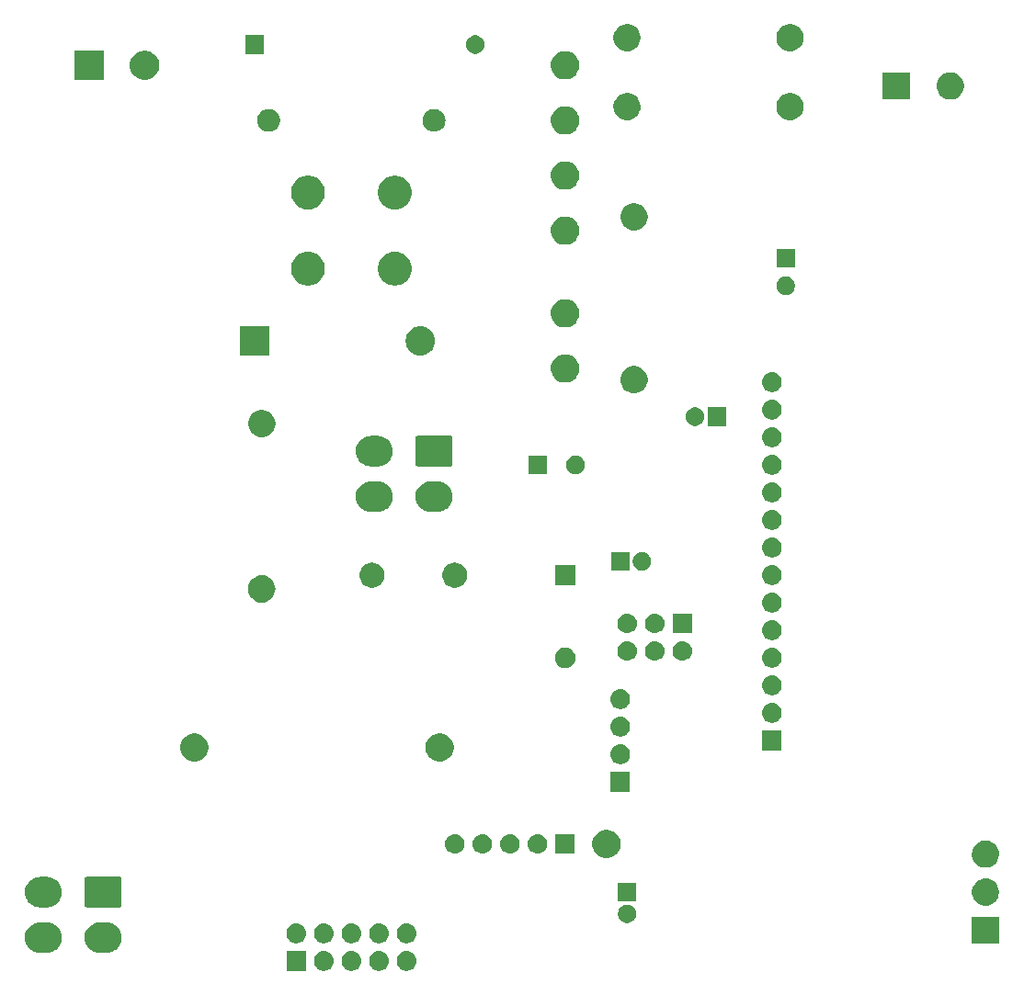
<source format=gbr>
G04 #@! TF.GenerationSoftware,KiCad,Pcbnew,5.1.2-f72e74a~84~ubuntu18.04.1*
G04 #@! TF.CreationDate,2019-05-07T20:49:25+02:00*
G04 #@! TF.ProjectId,slow-cooker,736c6f77-2d63-46f6-9f6b-65722e6b6963,rev?*
G04 #@! TF.SameCoordinates,Original*
G04 #@! TF.FileFunction,Soldermask,Bot*
G04 #@! TF.FilePolarity,Negative*
%FSLAX46Y46*%
G04 Gerber Fmt 4.6, Leading zero omitted, Abs format (unit mm)*
G04 Created by KiCad (PCBNEW 5.1.2-f72e74a~84~ubuntu18.04.1) date 2019-05-07 20:49:25*
%MOMM*%
%LPD*%
G04 APERTURE LIST*
%ADD10C,0.100000*%
G04 APERTURE END LIST*
D10*
G36*
X138540443Y-138170519D02*
G01*
X138606627Y-138177037D01*
X138776466Y-138228557D01*
X138932991Y-138312222D01*
X138937594Y-138316000D01*
X139070186Y-138424814D01*
X139153448Y-138526271D01*
X139182778Y-138562009D01*
X139266443Y-138718534D01*
X139317963Y-138888373D01*
X139335359Y-139065000D01*
X139317963Y-139241627D01*
X139266443Y-139411466D01*
X139182778Y-139567991D01*
X139153448Y-139603729D01*
X139070186Y-139705186D01*
X138968729Y-139788448D01*
X138932991Y-139817778D01*
X138776466Y-139901443D01*
X138606627Y-139952963D01*
X138540443Y-139959481D01*
X138474260Y-139966000D01*
X138385740Y-139966000D01*
X138319557Y-139959481D01*
X138253373Y-139952963D01*
X138083534Y-139901443D01*
X137927009Y-139817778D01*
X137891271Y-139788448D01*
X137789814Y-139705186D01*
X137706552Y-139603729D01*
X137677222Y-139567991D01*
X137593557Y-139411466D01*
X137542037Y-139241627D01*
X137524641Y-139065000D01*
X137542037Y-138888373D01*
X137593557Y-138718534D01*
X137677222Y-138562009D01*
X137706552Y-138526271D01*
X137789814Y-138424814D01*
X137922406Y-138316000D01*
X137927009Y-138312222D01*
X138083534Y-138228557D01*
X138253373Y-138177037D01*
X138319557Y-138170519D01*
X138385740Y-138164000D01*
X138474260Y-138164000D01*
X138540443Y-138170519D01*
X138540443Y-138170519D01*
G37*
G36*
X141080443Y-138170519D02*
G01*
X141146627Y-138177037D01*
X141316466Y-138228557D01*
X141472991Y-138312222D01*
X141477594Y-138316000D01*
X141610186Y-138424814D01*
X141693448Y-138526271D01*
X141722778Y-138562009D01*
X141806443Y-138718534D01*
X141857963Y-138888373D01*
X141875359Y-139065000D01*
X141857963Y-139241627D01*
X141806443Y-139411466D01*
X141722778Y-139567991D01*
X141693448Y-139603729D01*
X141610186Y-139705186D01*
X141508729Y-139788448D01*
X141472991Y-139817778D01*
X141316466Y-139901443D01*
X141146627Y-139952963D01*
X141080443Y-139959481D01*
X141014260Y-139966000D01*
X140925740Y-139966000D01*
X140859557Y-139959481D01*
X140793373Y-139952963D01*
X140623534Y-139901443D01*
X140467009Y-139817778D01*
X140431271Y-139788448D01*
X140329814Y-139705186D01*
X140246552Y-139603729D01*
X140217222Y-139567991D01*
X140133557Y-139411466D01*
X140082037Y-139241627D01*
X140064641Y-139065000D01*
X140082037Y-138888373D01*
X140133557Y-138718534D01*
X140217222Y-138562009D01*
X140246552Y-138526271D01*
X140329814Y-138424814D01*
X140462406Y-138316000D01*
X140467009Y-138312222D01*
X140623534Y-138228557D01*
X140793373Y-138177037D01*
X140859557Y-138170519D01*
X140925740Y-138164000D01*
X141014260Y-138164000D01*
X141080443Y-138170519D01*
X141080443Y-138170519D01*
G37*
G36*
X143620443Y-138170519D02*
G01*
X143686627Y-138177037D01*
X143856466Y-138228557D01*
X144012991Y-138312222D01*
X144017594Y-138316000D01*
X144150186Y-138424814D01*
X144233448Y-138526271D01*
X144262778Y-138562009D01*
X144346443Y-138718534D01*
X144397963Y-138888373D01*
X144415359Y-139065000D01*
X144397963Y-139241627D01*
X144346443Y-139411466D01*
X144262778Y-139567991D01*
X144233448Y-139603729D01*
X144150186Y-139705186D01*
X144048729Y-139788448D01*
X144012991Y-139817778D01*
X143856466Y-139901443D01*
X143686627Y-139952963D01*
X143620443Y-139959481D01*
X143554260Y-139966000D01*
X143465740Y-139966000D01*
X143399557Y-139959481D01*
X143333373Y-139952963D01*
X143163534Y-139901443D01*
X143007009Y-139817778D01*
X142971271Y-139788448D01*
X142869814Y-139705186D01*
X142786552Y-139603729D01*
X142757222Y-139567991D01*
X142673557Y-139411466D01*
X142622037Y-139241627D01*
X142604641Y-139065000D01*
X142622037Y-138888373D01*
X142673557Y-138718534D01*
X142757222Y-138562009D01*
X142786552Y-138526271D01*
X142869814Y-138424814D01*
X143002406Y-138316000D01*
X143007009Y-138312222D01*
X143163534Y-138228557D01*
X143333373Y-138177037D01*
X143399557Y-138170519D01*
X143465740Y-138164000D01*
X143554260Y-138164000D01*
X143620443Y-138170519D01*
X143620443Y-138170519D01*
G37*
G36*
X136000443Y-138170519D02*
G01*
X136066627Y-138177037D01*
X136236466Y-138228557D01*
X136392991Y-138312222D01*
X136397594Y-138316000D01*
X136530186Y-138424814D01*
X136613448Y-138526271D01*
X136642778Y-138562009D01*
X136726443Y-138718534D01*
X136777963Y-138888373D01*
X136795359Y-139065000D01*
X136777963Y-139241627D01*
X136726443Y-139411466D01*
X136642778Y-139567991D01*
X136613448Y-139603729D01*
X136530186Y-139705186D01*
X136428729Y-139788448D01*
X136392991Y-139817778D01*
X136236466Y-139901443D01*
X136066627Y-139952963D01*
X136000443Y-139959481D01*
X135934260Y-139966000D01*
X135845740Y-139966000D01*
X135779557Y-139959481D01*
X135713373Y-139952963D01*
X135543534Y-139901443D01*
X135387009Y-139817778D01*
X135351271Y-139788448D01*
X135249814Y-139705186D01*
X135166552Y-139603729D01*
X135137222Y-139567991D01*
X135053557Y-139411466D01*
X135002037Y-139241627D01*
X134984641Y-139065000D01*
X135002037Y-138888373D01*
X135053557Y-138718534D01*
X135137222Y-138562009D01*
X135166552Y-138526271D01*
X135249814Y-138424814D01*
X135382406Y-138316000D01*
X135387009Y-138312222D01*
X135543534Y-138228557D01*
X135713373Y-138177037D01*
X135779557Y-138170519D01*
X135845740Y-138164000D01*
X135934260Y-138164000D01*
X136000443Y-138170519D01*
X136000443Y-138170519D01*
G37*
G36*
X134251000Y-139966000D02*
G01*
X132449000Y-139966000D01*
X132449000Y-138164000D01*
X134251000Y-138164000D01*
X134251000Y-139966000D01*
X134251000Y-139966000D01*
G37*
G36*
X116041731Y-135524136D02*
G01*
X116144644Y-135534272D01*
X116340017Y-135593538D01*
X116408737Y-135614384D01*
X116638202Y-135737036D01*
X116652120Y-135744475D01*
X116707691Y-135790082D01*
X116865450Y-135919550D01*
X116994918Y-136077309D01*
X117040525Y-136132880D01*
X117040526Y-136132882D01*
X117170616Y-136376263D01*
X117170617Y-136376267D01*
X117250728Y-136640356D01*
X117277778Y-136915000D01*
X117250728Y-137189644D01*
X117223992Y-137277779D01*
X117170616Y-137453737D01*
X117047964Y-137683202D01*
X117040525Y-137697120D01*
X116994918Y-137752691D01*
X116865450Y-137910450D01*
X116707691Y-138039918D01*
X116652120Y-138085525D01*
X116652118Y-138085526D01*
X116408737Y-138215616D01*
X116340017Y-138236462D01*
X116144644Y-138295728D01*
X116041731Y-138305864D01*
X115938820Y-138316000D01*
X115201180Y-138316000D01*
X115098269Y-138305864D01*
X114995356Y-138295728D01*
X114799983Y-138236462D01*
X114731263Y-138215616D01*
X114487882Y-138085526D01*
X114487880Y-138085525D01*
X114432309Y-138039918D01*
X114274550Y-137910450D01*
X114145082Y-137752691D01*
X114099475Y-137697120D01*
X114092036Y-137683202D01*
X113969384Y-137453737D01*
X113916008Y-137277779D01*
X113889272Y-137189644D01*
X113862222Y-136915000D01*
X113889272Y-136640356D01*
X113969383Y-136376267D01*
X113969384Y-136376263D01*
X114099474Y-136132882D01*
X114099475Y-136132880D01*
X114145082Y-136077309D01*
X114274550Y-135919550D01*
X114432309Y-135790082D01*
X114487880Y-135744475D01*
X114501798Y-135737036D01*
X114731263Y-135614384D01*
X114799983Y-135593538D01*
X114995356Y-135534272D01*
X115098269Y-135524136D01*
X115201180Y-135514000D01*
X115938820Y-135514000D01*
X116041731Y-135524136D01*
X116041731Y-135524136D01*
G37*
G36*
X110541731Y-135524136D02*
G01*
X110644644Y-135534272D01*
X110840017Y-135593538D01*
X110908737Y-135614384D01*
X111138202Y-135737036D01*
X111152120Y-135744475D01*
X111207691Y-135790082D01*
X111365450Y-135919550D01*
X111494918Y-136077309D01*
X111540525Y-136132880D01*
X111540526Y-136132882D01*
X111670616Y-136376263D01*
X111670617Y-136376267D01*
X111750728Y-136640356D01*
X111777778Y-136915000D01*
X111750728Y-137189644D01*
X111723992Y-137277779D01*
X111670616Y-137453737D01*
X111547964Y-137683202D01*
X111540525Y-137697120D01*
X111494918Y-137752691D01*
X111365450Y-137910450D01*
X111207691Y-138039918D01*
X111152120Y-138085525D01*
X111152118Y-138085526D01*
X110908737Y-138215616D01*
X110840017Y-138236462D01*
X110644644Y-138295728D01*
X110541731Y-138305864D01*
X110438820Y-138316000D01*
X109701180Y-138316000D01*
X109598269Y-138305864D01*
X109495356Y-138295728D01*
X109299983Y-138236462D01*
X109231263Y-138215616D01*
X108987882Y-138085526D01*
X108987880Y-138085525D01*
X108932309Y-138039918D01*
X108774550Y-137910450D01*
X108645082Y-137752691D01*
X108599475Y-137697120D01*
X108592036Y-137683202D01*
X108469384Y-137453737D01*
X108416008Y-137277779D01*
X108389272Y-137189644D01*
X108362222Y-136915000D01*
X108389272Y-136640356D01*
X108469383Y-136376267D01*
X108469384Y-136376263D01*
X108599474Y-136132882D01*
X108599475Y-136132880D01*
X108645082Y-136077309D01*
X108774550Y-135919550D01*
X108932309Y-135790082D01*
X108987880Y-135744475D01*
X109001798Y-135737036D01*
X109231263Y-135614384D01*
X109299983Y-135593538D01*
X109495356Y-135534272D01*
X109598269Y-135524136D01*
X109701180Y-135514000D01*
X110438820Y-135514000D01*
X110541731Y-135524136D01*
X110541731Y-135524136D01*
G37*
G36*
X198101000Y-137466000D02*
G01*
X195599000Y-137466000D01*
X195599000Y-134964000D01*
X198101000Y-134964000D01*
X198101000Y-137466000D01*
X198101000Y-137466000D01*
G37*
G36*
X138540442Y-135630518D02*
G01*
X138606627Y-135637037D01*
X138776466Y-135688557D01*
X138932991Y-135772222D01*
X138968729Y-135801552D01*
X139070186Y-135884814D01*
X139153448Y-135986271D01*
X139182778Y-136022009D01*
X139266443Y-136178534D01*
X139317963Y-136348373D01*
X139335359Y-136525000D01*
X139317963Y-136701627D01*
X139266443Y-136871466D01*
X139182778Y-137027991D01*
X139153448Y-137063729D01*
X139070186Y-137165186D01*
X138968729Y-137248448D01*
X138932991Y-137277778D01*
X138776466Y-137361443D01*
X138606627Y-137412963D01*
X138540443Y-137419481D01*
X138474260Y-137426000D01*
X138385740Y-137426000D01*
X138319557Y-137419481D01*
X138253373Y-137412963D01*
X138083534Y-137361443D01*
X137927009Y-137277778D01*
X137891271Y-137248448D01*
X137789814Y-137165186D01*
X137706552Y-137063729D01*
X137677222Y-137027991D01*
X137593557Y-136871466D01*
X137542037Y-136701627D01*
X137524641Y-136525000D01*
X137542037Y-136348373D01*
X137593557Y-136178534D01*
X137677222Y-136022009D01*
X137706552Y-135986271D01*
X137789814Y-135884814D01*
X137891271Y-135801552D01*
X137927009Y-135772222D01*
X138083534Y-135688557D01*
X138253373Y-135637037D01*
X138319558Y-135630518D01*
X138385740Y-135624000D01*
X138474260Y-135624000D01*
X138540442Y-135630518D01*
X138540442Y-135630518D01*
G37*
G36*
X141080442Y-135630518D02*
G01*
X141146627Y-135637037D01*
X141316466Y-135688557D01*
X141472991Y-135772222D01*
X141508729Y-135801552D01*
X141610186Y-135884814D01*
X141693448Y-135986271D01*
X141722778Y-136022009D01*
X141806443Y-136178534D01*
X141857963Y-136348373D01*
X141875359Y-136525000D01*
X141857963Y-136701627D01*
X141806443Y-136871466D01*
X141722778Y-137027991D01*
X141693448Y-137063729D01*
X141610186Y-137165186D01*
X141508729Y-137248448D01*
X141472991Y-137277778D01*
X141316466Y-137361443D01*
X141146627Y-137412963D01*
X141080443Y-137419481D01*
X141014260Y-137426000D01*
X140925740Y-137426000D01*
X140859557Y-137419481D01*
X140793373Y-137412963D01*
X140623534Y-137361443D01*
X140467009Y-137277778D01*
X140431271Y-137248448D01*
X140329814Y-137165186D01*
X140246552Y-137063729D01*
X140217222Y-137027991D01*
X140133557Y-136871466D01*
X140082037Y-136701627D01*
X140064641Y-136525000D01*
X140082037Y-136348373D01*
X140133557Y-136178534D01*
X140217222Y-136022009D01*
X140246552Y-135986271D01*
X140329814Y-135884814D01*
X140431271Y-135801552D01*
X140467009Y-135772222D01*
X140623534Y-135688557D01*
X140793373Y-135637037D01*
X140859558Y-135630518D01*
X140925740Y-135624000D01*
X141014260Y-135624000D01*
X141080442Y-135630518D01*
X141080442Y-135630518D01*
G37*
G36*
X136000442Y-135630518D02*
G01*
X136066627Y-135637037D01*
X136236466Y-135688557D01*
X136392991Y-135772222D01*
X136428729Y-135801552D01*
X136530186Y-135884814D01*
X136613448Y-135986271D01*
X136642778Y-136022009D01*
X136726443Y-136178534D01*
X136777963Y-136348373D01*
X136795359Y-136525000D01*
X136777963Y-136701627D01*
X136726443Y-136871466D01*
X136642778Y-137027991D01*
X136613448Y-137063729D01*
X136530186Y-137165186D01*
X136428729Y-137248448D01*
X136392991Y-137277778D01*
X136236466Y-137361443D01*
X136066627Y-137412963D01*
X136000443Y-137419481D01*
X135934260Y-137426000D01*
X135845740Y-137426000D01*
X135779557Y-137419481D01*
X135713373Y-137412963D01*
X135543534Y-137361443D01*
X135387009Y-137277778D01*
X135351271Y-137248448D01*
X135249814Y-137165186D01*
X135166552Y-137063729D01*
X135137222Y-137027991D01*
X135053557Y-136871466D01*
X135002037Y-136701627D01*
X134984641Y-136525000D01*
X135002037Y-136348373D01*
X135053557Y-136178534D01*
X135137222Y-136022009D01*
X135166552Y-135986271D01*
X135249814Y-135884814D01*
X135351271Y-135801552D01*
X135387009Y-135772222D01*
X135543534Y-135688557D01*
X135713373Y-135637037D01*
X135779558Y-135630518D01*
X135845740Y-135624000D01*
X135934260Y-135624000D01*
X136000442Y-135630518D01*
X136000442Y-135630518D01*
G37*
G36*
X133460442Y-135630518D02*
G01*
X133526627Y-135637037D01*
X133696466Y-135688557D01*
X133852991Y-135772222D01*
X133888729Y-135801552D01*
X133990186Y-135884814D01*
X134073448Y-135986271D01*
X134102778Y-136022009D01*
X134186443Y-136178534D01*
X134237963Y-136348373D01*
X134255359Y-136525000D01*
X134237963Y-136701627D01*
X134186443Y-136871466D01*
X134102778Y-137027991D01*
X134073448Y-137063729D01*
X133990186Y-137165186D01*
X133888729Y-137248448D01*
X133852991Y-137277778D01*
X133696466Y-137361443D01*
X133526627Y-137412963D01*
X133460443Y-137419481D01*
X133394260Y-137426000D01*
X133305740Y-137426000D01*
X133239557Y-137419481D01*
X133173373Y-137412963D01*
X133003534Y-137361443D01*
X132847009Y-137277778D01*
X132811271Y-137248448D01*
X132709814Y-137165186D01*
X132626552Y-137063729D01*
X132597222Y-137027991D01*
X132513557Y-136871466D01*
X132462037Y-136701627D01*
X132444641Y-136525000D01*
X132462037Y-136348373D01*
X132513557Y-136178534D01*
X132597222Y-136022009D01*
X132626552Y-135986271D01*
X132709814Y-135884814D01*
X132811271Y-135801552D01*
X132847009Y-135772222D01*
X133003534Y-135688557D01*
X133173373Y-135637037D01*
X133239558Y-135630518D01*
X133305740Y-135624000D01*
X133394260Y-135624000D01*
X133460442Y-135630518D01*
X133460442Y-135630518D01*
G37*
G36*
X143620442Y-135630518D02*
G01*
X143686627Y-135637037D01*
X143856466Y-135688557D01*
X144012991Y-135772222D01*
X144048729Y-135801552D01*
X144150186Y-135884814D01*
X144233448Y-135986271D01*
X144262778Y-136022009D01*
X144346443Y-136178534D01*
X144397963Y-136348373D01*
X144415359Y-136525000D01*
X144397963Y-136701627D01*
X144346443Y-136871466D01*
X144262778Y-137027991D01*
X144233448Y-137063729D01*
X144150186Y-137165186D01*
X144048729Y-137248448D01*
X144012991Y-137277778D01*
X143856466Y-137361443D01*
X143686627Y-137412963D01*
X143620443Y-137419481D01*
X143554260Y-137426000D01*
X143465740Y-137426000D01*
X143399557Y-137419481D01*
X143333373Y-137412963D01*
X143163534Y-137361443D01*
X143007009Y-137277778D01*
X142971271Y-137248448D01*
X142869814Y-137165186D01*
X142786552Y-137063729D01*
X142757222Y-137027991D01*
X142673557Y-136871466D01*
X142622037Y-136701627D01*
X142604641Y-136525000D01*
X142622037Y-136348373D01*
X142673557Y-136178534D01*
X142757222Y-136022009D01*
X142786552Y-135986271D01*
X142869814Y-135884814D01*
X142971271Y-135801552D01*
X143007009Y-135772222D01*
X143163534Y-135688557D01*
X143333373Y-135637037D01*
X143399558Y-135630518D01*
X143465740Y-135624000D01*
X143554260Y-135624000D01*
X143620442Y-135630518D01*
X143620442Y-135630518D01*
G37*
G36*
X164078228Y-133896703D02*
G01*
X164233100Y-133960853D01*
X164372481Y-134053985D01*
X164491015Y-134172519D01*
X164584147Y-134311900D01*
X164648297Y-134466772D01*
X164681000Y-134631184D01*
X164681000Y-134798816D01*
X164648297Y-134963228D01*
X164584147Y-135118100D01*
X164491015Y-135257481D01*
X164372481Y-135376015D01*
X164233100Y-135469147D01*
X164078228Y-135533297D01*
X163913816Y-135566000D01*
X163746184Y-135566000D01*
X163581772Y-135533297D01*
X163426900Y-135469147D01*
X163287519Y-135376015D01*
X163168985Y-135257481D01*
X163075853Y-135118100D01*
X163011703Y-134963228D01*
X162979000Y-134798816D01*
X162979000Y-134631184D01*
X163011703Y-134466772D01*
X163075853Y-134311900D01*
X163168985Y-134172519D01*
X163287519Y-134053985D01*
X163426900Y-133960853D01*
X163581772Y-133896703D01*
X163746184Y-133864000D01*
X163913816Y-133864000D01*
X164078228Y-133896703D01*
X164078228Y-133896703D01*
G37*
G36*
X117144031Y-131317621D02*
G01*
X117173486Y-131326556D01*
X117200623Y-131341062D01*
X117224414Y-131360586D01*
X117243938Y-131384377D01*
X117258444Y-131411514D01*
X117267379Y-131440969D01*
X117271000Y-131477734D01*
X117271000Y-133952266D01*
X117267379Y-133989031D01*
X117258444Y-134018486D01*
X117243938Y-134045623D01*
X117224414Y-134069414D01*
X117200623Y-134088938D01*
X117173486Y-134103444D01*
X117144031Y-134112379D01*
X117107266Y-134116000D01*
X114032734Y-134116000D01*
X113995969Y-134112379D01*
X113966514Y-134103444D01*
X113939377Y-134088938D01*
X113915586Y-134069414D01*
X113896062Y-134045623D01*
X113881556Y-134018486D01*
X113872621Y-133989031D01*
X113869000Y-133952266D01*
X113869000Y-131477734D01*
X113872621Y-131440969D01*
X113881556Y-131411514D01*
X113896062Y-131384377D01*
X113915586Y-131360586D01*
X113939377Y-131341062D01*
X113966514Y-131326556D01*
X113995969Y-131317621D01*
X114032734Y-131314000D01*
X117107266Y-131314000D01*
X117144031Y-131317621D01*
X117144031Y-131317621D01*
G37*
G36*
X110541731Y-131324136D02*
G01*
X110644644Y-131334272D01*
X110840017Y-131393538D01*
X110908737Y-131414384D01*
X111111625Y-131522830D01*
X111152120Y-131544475D01*
X111207691Y-131590082D01*
X111365450Y-131719550D01*
X111483996Y-131864000D01*
X111540525Y-131932880D01*
X111540526Y-131932882D01*
X111670616Y-132176263D01*
X111670617Y-132176267D01*
X111750728Y-132440356D01*
X111777778Y-132715000D01*
X111750728Y-132989644D01*
X111723348Y-133079903D01*
X111670616Y-133253737D01*
X111547964Y-133483202D01*
X111540525Y-133497120D01*
X111494918Y-133552691D01*
X111365450Y-133710450D01*
X111227547Y-133823623D01*
X111152120Y-133885525D01*
X111152118Y-133885526D01*
X110908737Y-134015616D01*
X110840017Y-134036462D01*
X110644644Y-134095728D01*
X110541731Y-134105864D01*
X110438820Y-134116000D01*
X109701180Y-134116000D01*
X109598269Y-134105864D01*
X109495356Y-134095728D01*
X109299983Y-134036462D01*
X109231263Y-134015616D01*
X108987882Y-133885526D01*
X108987880Y-133885525D01*
X108912453Y-133823623D01*
X108774550Y-133710450D01*
X108645082Y-133552691D01*
X108599475Y-133497120D01*
X108592036Y-133483202D01*
X108469384Y-133253737D01*
X108416652Y-133079903D01*
X108389272Y-132989644D01*
X108362222Y-132715000D01*
X108389272Y-132440356D01*
X108469383Y-132176267D01*
X108469384Y-132176263D01*
X108599474Y-131932882D01*
X108599475Y-131932880D01*
X108656004Y-131864000D01*
X108774550Y-131719550D01*
X108932309Y-131590082D01*
X108987880Y-131544475D01*
X109028375Y-131522830D01*
X109231263Y-131414384D01*
X109299983Y-131393538D01*
X109495356Y-131334272D01*
X109598269Y-131324136D01*
X109701180Y-131314000D01*
X110438820Y-131314000D01*
X110541731Y-131324136D01*
X110541731Y-131324136D01*
G37*
G36*
X197042259Y-131477734D02*
G01*
X197214903Y-131512075D01*
X197442571Y-131606378D01*
X197647466Y-131743285D01*
X197821715Y-131917534D01*
X197821716Y-131917536D01*
X197958623Y-132122431D01*
X198052925Y-132350097D01*
X198101000Y-132591786D01*
X198101000Y-132838214D01*
X198052925Y-133079903D01*
X197980923Y-133253733D01*
X197958622Y-133307571D01*
X197821715Y-133512466D01*
X197647466Y-133686715D01*
X197442571Y-133823622D01*
X197442570Y-133823623D01*
X197442569Y-133823623D01*
X197214903Y-133917925D01*
X196973214Y-133966000D01*
X196726786Y-133966000D01*
X196485097Y-133917925D01*
X196257431Y-133823623D01*
X196257430Y-133823623D01*
X196257429Y-133823622D01*
X196052534Y-133686715D01*
X195878285Y-133512466D01*
X195741378Y-133307571D01*
X195719078Y-133253733D01*
X195647075Y-133079903D01*
X195599000Y-132838214D01*
X195599000Y-132591786D01*
X195647075Y-132350097D01*
X195741377Y-132122431D01*
X195878284Y-131917536D01*
X195878285Y-131917534D01*
X196052534Y-131743285D01*
X196257429Y-131606378D01*
X196485097Y-131512075D01*
X196657741Y-131477734D01*
X196726786Y-131464000D01*
X196973214Y-131464000D01*
X197042259Y-131477734D01*
X197042259Y-131477734D01*
G37*
G36*
X164681000Y-133566000D02*
G01*
X162979000Y-133566000D01*
X162979000Y-131864000D01*
X164681000Y-131864000D01*
X164681000Y-133566000D01*
X164681000Y-133566000D01*
G37*
G36*
X197214903Y-128012075D02*
G01*
X197442571Y-128106378D01*
X197647466Y-128243285D01*
X197821715Y-128417534D01*
X197954639Y-128616468D01*
X197958623Y-128622431D01*
X198052925Y-128850097D01*
X198087274Y-129022779D01*
X198101000Y-129091787D01*
X198101000Y-129338213D01*
X198052925Y-129579903D01*
X197958622Y-129807571D01*
X197821715Y-130012466D01*
X197647466Y-130186715D01*
X197442571Y-130323622D01*
X197442570Y-130323623D01*
X197442569Y-130323623D01*
X197214903Y-130417925D01*
X196973214Y-130466000D01*
X196726786Y-130466000D01*
X196485097Y-130417925D01*
X196257431Y-130323623D01*
X196257430Y-130323623D01*
X196257429Y-130323622D01*
X196052534Y-130186715D01*
X195878285Y-130012466D01*
X195741378Y-129807571D01*
X195647075Y-129579903D01*
X195599000Y-129338213D01*
X195599000Y-129091787D01*
X195612727Y-129022779D01*
X195647075Y-128850097D01*
X195741377Y-128622431D01*
X195745361Y-128616468D01*
X195878285Y-128417534D01*
X196052534Y-128243285D01*
X196257429Y-128106378D01*
X196485097Y-128012075D01*
X196726786Y-127964000D01*
X196973214Y-127964000D01*
X197214903Y-128012075D01*
X197214903Y-128012075D01*
G37*
G36*
X162304393Y-127019304D02*
G01*
X162541101Y-127117352D01*
X162541103Y-127117353D01*
X162754135Y-127259696D01*
X162935304Y-127440865D01*
X163061555Y-127629814D01*
X163077648Y-127653899D01*
X163175696Y-127890607D01*
X163225680Y-128141893D01*
X163225680Y-128398107D01*
X163175696Y-128649393D01*
X163092561Y-128850097D01*
X163077647Y-128886103D01*
X162935304Y-129099135D01*
X162754135Y-129280304D01*
X162541103Y-129422647D01*
X162541102Y-129422648D01*
X162541101Y-129422648D01*
X162304393Y-129520696D01*
X162053107Y-129570680D01*
X161796893Y-129570680D01*
X161545607Y-129520696D01*
X161308899Y-129422648D01*
X161308898Y-129422648D01*
X161308897Y-129422647D01*
X161095865Y-129280304D01*
X160914696Y-129099135D01*
X160772353Y-128886103D01*
X160757439Y-128850097D01*
X160674304Y-128649393D01*
X160624320Y-128398107D01*
X160624320Y-128141893D01*
X160674304Y-127890607D01*
X160772352Y-127653899D01*
X160788445Y-127629814D01*
X160914696Y-127440865D01*
X161095865Y-127259696D01*
X161308897Y-127117353D01*
X161308899Y-127117352D01*
X161545607Y-127019304D01*
X161796893Y-126969320D01*
X162053107Y-126969320D01*
X162304393Y-127019304D01*
X162304393Y-127019304D01*
G37*
G36*
X155685442Y-127375518D02*
G01*
X155751627Y-127382037D01*
X155921466Y-127433557D01*
X156077991Y-127517222D01*
X156113729Y-127546552D01*
X156215186Y-127629814D01*
X156298448Y-127731271D01*
X156327778Y-127767009D01*
X156327779Y-127767011D01*
X156393843Y-127890606D01*
X156411443Y-127923534D01*
X156462963Y-128093373D01*
X156480359Y-128270000D01*
X156462963Y-128446627D01*
X156411443Y-128616466D01*
X156411442Y-128616468D01*
X156369610Y-128694729D01*
X156327778Y-128772991D01*
X156298448Y-128808729D01*
X156215186Y-128910186D01*
X156113729Y-128993448D01*
X156077991Y-129022778D01*
X155921466Y-129106443D01*
X155751627Y-129157963D01*
X155685442Y-129164482D01*
X155619260Y-129171000D01*
X155530740Y-129171000D01*
X155464558Y-129164482D01*
X155398373Y-129157963D01*
X155228534Y-129106443D01*
X155072009Y-129022778D01*
X155036271Y-128993448D01*
X154934814Y-128910186D01*
X154851552Y-128808729D01*
X154822222Y-128772991D01*
X154780389Y-128694728D01*
X154738558Y-128616468D01*
X154738557Y-128616466D01*
X154687037Y-128446627D01*
X154669641Y-128270000D01*
X154687037Y-128093373D01*
X154738557Y-127923534D01*
X154756158Y-127890606D01*
X154822221Y-127767011D01*
X154822222Y-127767009D01*
X154851552Y-127731271D01*
X154934814Y-127629814D01*
X155036271Y-127546552D01*
X155072009Y-127517222D01*
X155228534Y-127433557D01*
X155398373Y-127382037D01*
X155464558Y-127375518D01*
X155530740Y-127369000D01*
X155619260Y-127369000D01*
X155685442Y-127375518D01*
X155685442Y-127375518D01*
G37*
G36*
X159016000Y-129171000D02*
G01*
X157214000Y-129171000D01*
X157214000Y-127369000D01*
X159016000Y-127369000D01*
X159016000Y-129171000D01*
X159016000Y-129171000D01*
G37*
G36*
X153145442Y-127375518D02*
G01*
X153211627Y-127382037D01*
X153381466Y-127433557D01*
X153537991Y-127517222D01*
X153573729Y-127546552D01*
X153675186Y-127629814D01*
X153758448Y-127731271D01*
X153787778Y-127767009D01*
X153787779Y-127767011D01*
X153853843Y-127890606D01*
X153871443Y-127923534D01*
X153922963Y-128093373D01*
X153940359Y-128270000D01*
X153922963Y-128446627D01*
X153871443Y-128616466D01*
X153871442Y-128616468D01*
X153829610Y-128694729D01*
X153787778Y-128772991D01*
X153758448Y-128808729D01*
X153675186Y-128910186D01*
X153573729Y-128993448D01*
X153537991Y-129022778D01*
X153381466Y-129106443D01*
X153211627Y-129157963D01*
X153145442Y-129164482D01*
X153079260Y-129171000D01*
X152990740Y-129171000D01*
X152924558Y-129164482D01*
X152858373Y-129157963D01*
X152688534Y-129106443D01*
X152532009Y-129022778D01*
X152496271Y-128993448D01*
X152394814Y-128910186D01*
X152311552Y-128808729D01*
X152282222Y-128772991D01*
X152240389Y-128694728D01*
X152198558Y-128616468D01*
X152198557Y-128616466D01*
X152147037Y-128446627D01*
X152129641Y-128270000D01*
X152147037Y-128093373D01*
X152198557Y-127923534D01*
X152216158Y-127890606D01*
X152282221Y-127767011D01*
X152282222Y-127767009D01*
X152311552Y-127731271D01*
X152394814Y-127629814D01*
X152496271Y-127546552D01*
X152532009Y-127517222D01*
X152688534Y-127433557D01*
X152858373Y-127382037D01*
X152924558Y-127375518D01*
X152990740Y-127369000D01*
X153079260Y-127369000D01*
X153145442Y-127375518D01*
X153145442Y-127375518D01*
G37*
G36*
X150605442Y-127375518D02*
G01*
X150671627Y-127382037D01*
X150841466Y-127433557D01*
X150997991Y-127517222D01*
X151033729Y-127546552D01*
X151135186Y-127629814D01*
X151218448Y-127731271D01*
X151247778Y-127767009D01*
X151247779Y-127767011D01*
X151313843Y-127890606D01*
X151331443Y-127923534D01*
X151382963Y-128093373D01*
X151400359Y-128270000D01*
X151382963Y-128446627D01*
X151331443Y-128616466D01*
X151331442Y-128616468D01*
X151289610Y-128694729D01*
X151247778Y-128772991D01*
X151218448Y-128808729D01*
X151135186Y-128910186D01*
X151033729Y-128993448D01*
X150997991Y-129022778D01*
X150841466Y-129106443D01*
X150671627Y-129157963D01*
X150605442Y-129164482D01*
X150539260Y-129171000D01*
X150450740Y-129171000D01*
X150384558Y-129164482D01*
X150318373Y-129157963D01*
X150148534Y-129106443D01*
X149992009Y-129022778D01*
X149956271Y-128993448D01*
X149854814Y-128910186D01*
X149771552Y-128808729D01*
X149742222Y-128772991D01*
X149700389Y-128694728D01*
X149658558Y-128616468D01*
X149658557Y-128616466D01*
X149607037Y-128446627D01*
X149589641Y-128270000D01*
X149607037Y-128093373D01*
X149658557Y-127923534D01*
X149676158Y-127890606D01*
X149742221Y-127767011D01*
X149742222Y-127767009D01*
X149771552Y-127731271D01*
X149854814Y-127629814D01*
X149956271Y-127546552D01*
X149992009Y-127517222D01*
X150148534Y-127433557D01*
X150318373Y-127382037D01*
X150384558Y-127375518D01*
X150450740Y-127369000D01*
X150539260Y-127369000D01*
X150605442Y-127375518D01*
X150605442Y-127375518D01*
G37*
G36*
X148065442Y-127375518D02*
G01*
X148131627Y-127382037D01*
X148301466Y-127433557D01*
X148457991Y-127517222D01*
X148493729Y-127546552D01*
X148595186Y-127629814D01*
X148678448Y-127731271D01*
X148707778Y-127767009D01*
X148707779Y-127767011D01*
X148773843Y-127890606D01*
X148791443Y-127923534D01*
X148842963Y-128093373D01*
X148860359Y-128270000D01*
X148842963Y-128446627D01*
X148791443Y-128616466D01*
X148791442Y-128616468D01*
X148749610Y-128694729D01*
X148707778Y-128772991D01*
X148678448Y-128808729D01*
X148595186Y-128910186D01*
X148493729Y-128993448D01*
X148457991Y-129022778D01*
X148301466Y-129106443D01*
X148131627Y-129157963D01*
X148065442Y-129164482D01*
X147999260Y-129171000D01*
X147910740Y-129171000D01*
X147844558Y-129164482D01*
X147778373Y-129157963D01*
X147608534Y-129106443D01*
X147452009Y-129022778D01*
X147416271Y-128993448D01*
X147314814Y-128910186D01*
X147231552Y-128808729D01*
X147202222Y-128772991D01*
X147160389Y-128694728D01*
X147118558Y-128616468D01*
X147118557Y-128616466D01*
X147067037Y-128446627D01*
X147049641Y-128270000D01*
X147067037Y-128093373D01*
X147118557Y-127923534D01*
X147136158Y-127890606D01*
X147202221Y-127767011D01*
X147202222Y-127767009D01*
X147231552Y-127731271D01*
X147314814Y-127629814D01*
X147416271Y-127546552D01*
X147452009Y-127517222D01*
X147608534Y-127433557D01*
X147778373Y-127382037D01*
X147844558Y-127375518D01*
X147910740Y-127369000D01*
X147999260Y-127369000D01*
X148065442Y-127375518D01*
X148065442Y-127375518D01*
G37*
G36*
X164096000Y-123456000D02*
G01*
X162294000Y-123456000D01*
X162294000Y-121654000D01*
X164096000Y-121654000D01*
X164096000Y-123456000D01*
X164096000Y-123456000D01*
G37*
G36*
X163305443Y-119120519D02*
G01*
X163371627Y-119127037D01*
X163541466Y-119178557D01*
X163697991Y-119262222D01*
X163733729Y-119291552D01*
X163835186Y-119374814D01*
X163918448Y-119476271D01*
X163947778Y-119512009D01*
X164031443Y-119668534D01*
X164082963Y-119838373D01*
X164100359Y-120015000D01*
X164082963Y-120191627D01*
X164031443Y-120361466D01*
X163947778Y-120517991D01*
X163936244Y-120532045D01*
X163835186Y-120655186D01*
X163733729Y-120738448D01*
X163697991Y-120767778D01*
X163541466Y-120851443D01*
X163371627Y-120902963D01*
X163305442Y-120909482D01*
X163239260Y-120916000D01*
X163150740Y-120916000D01*
X163084558Y-120909482D01*
X163018373Y-120902963D01*
X162848534Y-120851443D01*
X162692009Y-120767778D01*
X162656271Y-120738448D01*
X162554814Y-120655186D01*
X162453756Y-120532045D01*
X162442222Y-120517991D01*
X162358557Y-120361466D01*
X162307037Y-120191627D01*
X162289641Y-120015000D01*
X162307037Y-119838373D01*
X162358557Y-119668534D01*
X162442222Y-119512009D01*
X162471552Y-119476271D01*
X162554814Y-119374814D01*
X162656271Y-119291552D01*
X162692009Y-119262222D01*
X162848534Y-119178557D01*
X163018373Y-119127037D01*
X163084557Y-119120519D01*
X163150740Y-119114000D01*
X163239260Y-119114000D01*
X163305443Y-119120519D01*
X163305443Y-119120519D01*
G37*
G36*
X146934196Y-118129958D02*
G01*
X147101486Y-118199252D01*
X147170357Y-118227779D01*
X147170781Y-118227955D01*
X147383702Y-118370224D01*
X147564776Y-118551298D01*
X147707045Y-118764219D01*
X147707046Y-118764221D01*
X147805042Y-119000805D01*
X147855000Y-119251960D01*
X147855000Y-119508040D01*
X147854210Y-119512011D01*
X147805042Y-119759196D01*
X147707045Y-119995781D01*
X147564776Y-120208702D01*
X147383702Y-120389776D01*
X147170781Y-120532045D01*
X146934196Y-120630042D01*
X146683040Y-120680000D01*
X146426960Y-120680000D01*
X146175804Y-120630042D01*
X145939219Y-120532045D01*
X145726298Y-120389776D01*
X145545224Y-120208702D01*
X145402955Y-119995781D01*
X145304958Y-119759196D01*
X145255790Y-119512011D01*
X145255000Y-119508040D01*
X145255000Y-119251960D01*
X145304958Y-119000805D01*
X145402954Y-118764221D01*
X145402955Y-118764219D01*
X145545224Y-118551298D01*
X145726298Y-118370224D01*
X145939219Y-118227955D01*
X145939644Y-118227779D01*
X146008514Y-118199252D01*
X146175804Y-118129958D01*
X146426960Y-118080000D01*
X146683040Y-118080000D01*
X146934196Y-118129958D01*
X146934196Y-118129958D01*
G37*
G36*
X124334196Y-118129958D02*
G01*
X124501486Y-118199252D01*
X124570357Y-118227779D01*
X124570781Y-118227955D01*
X124783702Y-118370224D01*
X124964776Y-118551298D01*
X125107045Y-118764219D01*
X125107046Y-118764221D01*
X125205042Y-119000805D01*
X125255000Y-119251960D01*
X125255000Y-119508040D01*
X125254210Y-119512011D01*
X125205042Y-119759196D01*
X125107045Y-119995781D01*
X124964776Y-120208702D01*
X124783702Y-120389776D01*
X124570781Y-120532045D01*
X124334196Y-120630042D01*
X124083040Y-120680000D01*
X123826960Y-120680000D01*
X123575804Y-120630042D01*
X123339219Y-120532045D01*
X123126298Y-120389776D01*
X122945224Y-120208702D01*
X122802955Y-119995781D01*
X122704958Y-119759196D01*
X122655790Y-119512011D01*
X122655000Y-119508040D01*
X122655000Y-119251960D01*
X122704958Y-119000805D01*
X122802954Y-118764221D01*
X122802955Y-118764219D01*
X122945224Y-118551298D01*
X123126298Y-118370224D01*
X123339219Y-118227955D01*
X123339644Y-118227779D01*
X123408514Y-118199252D01*
X123575804Y-118129958D01*
X123826960Y-118080000D01*
X124083040Y-118080000D01*
X124334196Y-118129958D01*
X124334196Y-118129958D01*
G37*
G36*
X178066000Y-119646000D02*
G01*
X176264000Y-119646000D01*
X176264000Y-117844000D01*
X178066000Y-117844000D01*
X178066000Y-119646000D01*
X178066000Y-119646000D01*
G37*
G36*
X163305443Y-116580519D02*
G01*
X163371627Y-116587037D01*
X163541466Y-116638557D01*
X163697991Y-116722222D01*
X163733729Y-116751552D01*
X163835186Y-116834814D01*
X163918448Y-116936271D01*
X163947778Y-116972009D01*
X164031443Y-117128534D01*
X164082963Y-117298373D01*
X164100359Y-117475000D01*
X164082963Y-117651627D01*
X164031443Y-117821466D01*
X163947778Y-117977991D01*
X163918448Y-118013729D01*
X163835186Y-118115186D01*
X163733729Y-118198448D01*
X163697991Y-118227778D01*
X163541466Y-118311443D01*
X163371627Y-118362963D01*
X163305442Y-118369482D01*
X163239260Y-118376000D01*
X163150740Y-118376000D01*
X163084558Y-118369482D01*
X163018373Y-118362963D01*
X162848534Y-118311443D01*
X162692009Y-118227778D01*
X162656271Y-118198448D01*
X162554814Y-118115186D01*
X162471552Y-118013729D01*
X162442222Y-117977991D01*
X162358557Y-117821466D01*
X162307037Y-117651627D01*
X162289641Y-117475000D01*
X162307037Y-117298373D01*
X162358557Y-117128534D01*
X162442222Y-116972009D01*
X162471552Y-116936271D01*
X162554814Y-116834814D01*
X162656271Y-116751552D01*
X162692009Y-116722222D01*
X162848534Y-116638557D01*
X163018373Y-116587037D01*
X163084557Y-116580519D01*
X163150740Y-116574000D01*
X163239260Y-116574000D01*
X163305443Y-116580519D01*
X163305443Y-116580519D01*
G37*
G36*
X177275442Y-115310518D02*
G01*
X177341627Y-115317037D01*
X177511466Y-115368557D01*
X177667991Y-115452222D01*
X177703729Y-115481552D01*
X177805186Y-115564814D01*
X177888448Y-115666271D01*
X177917778Y-115702009D01*
X178001443Y-115858534D01*
X178052963Y-116028373D01*
X178070359Y-116205000D01*
X178052963Y-116381627D01*
X178001443Y-116551466D01*
X177917778Y-116707991D01*
X177888448Y-116743729D01*
X177805186Y-116845186D01*
X177703729Y-116928448D01*
X177667991Y-116957778D01*
X177511466Y-117041443D01*
X177341627Y-117092963D01*
X177275443Y-117099481D01*
X177209260Y-117106000D01*
X177120740Y-117106000D01*
X177054557Y-117099481D01*
X176988373Y-117092963D01*
X176818534Y-117041443D01*
X176662009Y-116957778D01*
X176626271Y-116928448D01*
X176524814Y-116845186D01*
X176441552Y-116743729D01*
X176412222Y-116707991D01*
X176328557Y-116551466D01*
X176277037Y-116381627D01*
X176259641Y-116205000D01*
X176277037Y-116028373D01*
X176328557Y-115858534D01*
X176412222Y-115702009D01*
X176441552Y-115666271D01*
X176524814Y-115564814D01*
X176626271Y-115481552D01*
X176662009Y-115452222D01*
X176818534Y-115368557D01*
X176988373Y-115317037D01*
X177054558Y-115310518D01*
X177120740Y-115304000D01*
X177209260Y-115304000D01*
X177275442Y-115310518D01*
X177275442Y-115310518D01*
G37*
G36*
X163305442Y-114040518D02*
G01*
X163371627Y-114047037D01*
X163541466Y-114098557D01*
X163697991Y-114182222D01*
X163733729Y-114211552D01*
X163835186Y-114294814D01*
X163918448Y-114396271D01*
X163947778Y-114432009D01*
X164031443Y-114588534D01*
X164082963Y-114758373D01*
X164100359Y-114935000D01*
X164082963Y-115111627D01*
X164031443Y-115281466D01*
X163947778Y-115437991D01*
X163918448Y-115473729D01*
X163835186Y-115575186D01*
X163733729Y-115658448D01*
X163697991Y-115687778D01*
X163541466Y-115771443D01*
X163371627Y-115822963D01*
X163305443Y-115829481D01*
X163239260Y-115836000D01*
X163150740Y-115836000D01*
X163084557Y-115829481D01*
X163018373Y-115822963D01*
X162848534Y-115771443D01*
X162692009Y-115687778D01*
X162656271Y-115658448D01*
X162554814Y-115575186D01*
X162471552Y-115473729D01*
X162442222Y-115437991D01*
X162358557Y-115281466D01*
X162307037Y-115111627D01*
X162289641Y-114935000D01*
X162307037Y-114758373D01*
X162358557Y-114588534D01*
X162442222Y-114432009D01*
X162471552Y-114396271D01*
X162554814Y-114294814D01*
X162656271Y-114211552D01*
X162692009Y-114182222D01*
X162848534Y-114098557D01*
X163018373Y-114047037D01*
X163084558Y-114040518D01*
X163150740Y-114034000D01*
X163239260Y-114034000D01*
X163305442Y-114040518D01*
X163305442Y-114040518D01*
G37*
G36*
X177275442Y-112770518D02*
G01*
X177341627Y-112777037D01*
X177511466Y-112828557D01*
X177667991Y-112912222D01*
X177703729Y-112941552D01*
X177805186Y-113024814D01*
X177888448Y-113126271D01*
X177917778Y-113162009D01*
X178001443Y-113318534D01*
X178052963Y-113488373D01*
X178070359Y-113665000D01*
X178052963Y-113841627D01*
X178001443Y-114011466D01*
X177917778Y-114167991D01*
X177888448Y-114203729D01*
X177805186Y-114305186D01*
X177703729Y-114388448D01*
X177667991Y-114417778D01*
X177511466Y-114501443D01*
X177341627Y-114552963D01*
X177275442Y-114559482D01*
X177209260Y-114566000D01*
X177120740Y-114566000D01*
X177054558Y-114559482D01*
X176988373Y-114552963D01*
X176818534Y-114501443D01*
X176662009Y-114417778D01*
X176626271Y-114388448D01*
X176524814Y-114305186D01*
X176441552Y-114203729D01*
X176412222Y-114167991D01*
X176328557Y-114011466D01*
X176277037Y-113841627D01*
X176259641Y-113665000D01*
X176277037Y-113488373D01*
X176328557Y-113318534D01*
X176412222Y-113162009D01*
X176441552Y-113126271D01*
X176524814Y-113024814D01*
X176626271Y-112941552D01*
X176662009Y-112912222D01*
X176818534Y-112828557D01*
X176988373Y-112777037D01*
X177054558Y-112770518D01*
X177120740Y-112764000D01*
X177209260Y-112764000D01*
X177275442Y-112770518D01*
X177275442Y-112770518D01*
G37*
G36*
X158392395Y-110210546D02*
G01*
X158565466Y-110282234D01*
X158612069Y-110313373D01*
X158721227Y-110386310D01*
X158853690Y-110518773D01*
X158853691Y-110518775D01*
X158957766Y-110674534D01*
X159029454Y-110847605D01*
X159066000Y-111031333D01*
X159066000Y-111218667D01*
X159029454Y-111402395D01*
X158957766Y-111575466D01*
X158957765Y-111575467D01*
X158853690Y-111731227D01*
X158721227Y-111863690D01*
X158700141Y-111877779D01*
X158565466Y-111967766D01*
X158392395Y-112039454D01*
X158208667Y-112076000D01*
X158021333Y-112076000D01*
X157837605Y-112039454D01*
X157664534Y-111967766D01*
X157529859Y-111877779D01*
X157508773Y-111863690D01*
X157376310Y-111731227D01*
X157272235Y-111575467D01*
X157272234Y-111575466D01*
X157200546Y-111402395D01*
X157164000Y-111218667D01*
X157164000Y-111031333D01*
X157200546Y-110847605D01*
X157272234Y-110674534D01*
X157376309Y-110518775D01*
X157376310Y-110518773D01*
X157508773Y-110386310D01*
X157617931Y-110313373D01*
X157664534Y-110282234D01*
X157837605Y-110210546D01*
X158021333Y-110174000D01*
X158208667Y-110174000D01*
X158392395Y-110210546D01*
X158392395Y-110210546D01*
G37*
G36*
X177275443Y-110230519D02*
G01*
X177341627Y-110237037D01*
X177511466Y-110288557D01*
X177667991Y-110372222D01*
X177685156Y-110386309D01*
X177805186Y-110484814D01*
X177888448Y-110586271D01*
X177917778Y-110622009D01*
X178001443Y-110778534D01*
X178052963Y-110948373D01*
X178070359Y-111125000D01*
X178052963Y-111301627D01*
X178001443Y-111471466D01*
X177917778Y-111627991D01*
X177888448Y-111663729D01*
X177805186Y-111765186D01*
X177703729Y-111848448D01*
X177667991Y-111877778D01*
X177511466Y-111961443D01*
X177341627Y-112012963D01*
X177275442Y-112019482D01*
X177209260Y-112026000D01*
X177120740Y-112026000D01*
X177054558Y-112019482D01*
X176988373Y-112012963D01*
X176818534Y-111961443D01*
X176662009Y-111877778D01*
X176626271Y-111848448D01*
X176524814Y-111765186D01*
X176441552Y-111663729D01*
X176412222Y-111627991D01*
X176328557Y-111471466D01*
X176277037Y-111301627D01*
X176259641Y-111125000D01*
X176277037Y-110948373D01*
X176328557Y-110778534D01*
X176412222Y-110622009D01*
X176441552Y-110586271D01*
X176524814Y-110484814D01*
X176644844Y-110386309D01*
X176662009Y-110372222D01*
X176818534Y-110288557D01*
X176988373Y-110237037D01*
X177054557Y-110230519D01*
X177120740Y-110224000D01*
X177209260Y-110224000D01*
X177275443Y-110230519D01*
X177275443Y-110230519D01*
G37*
G36*
X166480442Y-109595518D02*
G01*
X166546627Y-109602037D01*
X166716466Y-109653557D01*
X166872991Y-109737222D01*
X166908729Y-109766552D01*
X167010186Y-109849814D01*
X167093448Y-109951271D01*
X167122778Y-109987009D01*
X167206443Y-110143534D01*
X167257963Y-110313373D01*
X167275359Y-110490000D01*
X167257963Y-110666627D01*
X167206443Y-110836466D01*
X167122778Y-110992991D01*
X167093448Y-111028729D01*
X167010186Y-111130186D01*
X166908729Y-111213448D01*
X166872991Y-111242778D01*
X166716466Y-111326443D01*
X166546627Y-111377963D01*
X166480443Y-111384481D01*
X166414260Y-111391000D01*
X166325740Y-111391000D01*
X166259557Y-111384481D01*
X166193373Y-111377963D01*
X166023534Y-111326443D01*
X165867009Y-111242778D01*
X165831271Y-111213448D01*
X165729814Y-111130186D01*
X165646552Y-111028729D01*
X165617222Y-110992991D01*
X165533557Y-110836466D01*
X165482037Y-110666627D01*
X165464641Y-110490000D01*
X165482037Y-110313373D01*
X165533557Y-110143534D01*
X165617222Y-109987009D01*
X165646552Y-109951271D01*
X165729814Y-109849814D01*
X165831271Y-109766552D01*
X165867009Y-109737222D01*
X166023534Y-109653557D01*
X166193373Y-109602037D01*
X166259558Y-109595518D01*
X166325740Y-109589000D01*
X166414260Y-109589000D01*
X166480442Y-109595518D01*
X166480442Y-109595518D01*
G37*
G36*
X169020442Y-109595518D02*
G01*
X169086627Y-109602037D01*
X169256466Y-109653557D01*
X169412991Y-109737222D01*
X169448729Y-109766552D01*
X169550186Y-109849814D01*
X169633448Y-109951271D01*
X169662778Y-109987009D01*
X169746443Y-110143534D01*
X169797963Y-110313373D01*
X169815359Y-110490000D01*
X169797963Y-110666627D01*
X169746443Y-110836466D01*
X169662778Y-110992991D01*
X169633448Y-111028729D01*
X169550186Y-111130186D01*
X169448729Y-111213448D01*
X169412991Y-111242778D01*
X169256466Y-111326443D01*
X169086627Y-111377963D01*
X169020443Y-111384481D01*
X168954260Y-111391000D01*
X168865740Y-111391000D01*
X168799557Y-111384481D01*
X168733373Y-111377963D01*
X168563534Y-111326443D01*
X168407009Y-111242778D01*
X168371271Y-111213448D01*
X168269814Y-111130186D01*
X168186552Y-111028729D01*
X168157222Y-110992991D01*
X168073557Y-110836466D01*
X168022037Y-110666627D01*
X168004641Y-110490000D01*
X168022037Y-110313373D01*
X168073557Y-110143534D01*
X168157222Y-109987009D01*
X168186552Y-109951271D01*
X168269814Y-109849814D01*
X168371271Y-109766552D01*
X168407009Y-109737222D01*
X168563534Y-109653557D01*
X168733373Y-109602037D01*
X168799558Y-109595518D01*
X168865740Y-109589000D01*
X168954260Y-109589000D01*
X169020442Y-109595518D01*
X169020442Y-109595518D01*
G37*
G36*
X163940442Y-109595518D02*
G01*
X164006627Y-109602037D01*
X164176466Y-109653557D01*
X164332991Y-109737222D01*
X164368729Y-109766552D01*
X164470186Y-109849814D01*
X164553448Y-109951271D01*
X164582778Y-109987009D01*
X164666443Y-110143534D01*
X164717963Y-110313373D01*
X164735359Y-110490000D01*
X164717963Y-110666627D01*
X164666443Y-110836466D01*
X164582778Y-110992991D01*
X164553448Y-111028729D01*
X164470186Y-111130186D01*
X164368729Y-111213448D01*
X164332991Y-111242778D01*
X164176466Y-111326443D01*
X164006627Y-111377963D01*
X163940443Y-111384481D01*
X163874260Y-111391000D01*
X163785740Y-111391000D01*
X163719557Y-111384481D01*
X163653373Y-111377963D01*
X163483534Y-111326443D01*
X163327009Y-111242778D01*
X163291271Y-111213448D01*
X163189814Y-111130186D01*
X163106552Y-111028729D01*
X163077222Y-110992991D01*
X162993557Y-110836466D01*
X162942037Y-110666627D01*
X162924641Y-110490000D01*
X162942037Y-110313373D01*
X162993557Y-110143534D01*
X163077222Y-109987009D01*
X163106552Y-109951271D01*
X163189814Y-109849814D01*
X163291271Y-109766552D01*
X163327009Y-109737222D01*
X163483534Y-109653557D01*
X163653373Y-109602037D01*
X163719558Y-109595518D01*
X163785740Y-109589000D01*
X163874260Y-109589000D01*
X163940442Y-109595518D01*
X163940442Y-109595518D01*
G37*
G36*
X177275443Y-107690519D02*
G01*
X177341627Y-107697037D01*
X177511466Y-107748557D01*
X177667991Y-107832222D01*
X177703729Y-107861552D01*
X177805186Y-107944814D01*
X177888448Y-108046271D01*
X177917778Y-108082009D01*
X178001443Y-108238534D01*
X178052963Y-108408373D01*
X178070359Y-108585000D01*
X178052963Y-108761627D01*
X178001443Y-108931466D01*
X177917778Y-109087991D01*
X177888448Y-109123729D01*
X177805186Y-109225186D01*
X177703729Y-109308448D01*
X177667991Y-109337778D01*
X177511466Y-109421443D01*
X177341627Y-109472963D01*
X177275442Y-109479482D01*
X177209260Y-109486000D01*
X177120740Y-109486000D01*
X177054558Y-109479482D01*
X176988373Y-109472963D01*
X176818534Y-109421443D01*
X176662009Y-109337778D01*
X176626271Y-109308448D01*
X176524814Y-109225186D01*
X176441552Y-109123729D01*
X176412222Y-109087991D01*
X176328557Y-108931466D01*
X176277037Y-108761627D01*
X176259641Y-108585000D01*
X176277037Y-108408373D01*
X176328557Y-108238534D01*
X176412222Y-108082009D01*
X176441552Y-108046271D01*
X176524814Y-107944814D01*
X176626271Y-107861552D01*
X176662009Y-107832222D01*
X176818534Y-107748557D01*
X176988373Y-107697037D01*
X177054557Y-107690519D01*
X177120740Y-107684000D01*
X177209260Y-107684000D01*
X177275443Y-107690519D01*
X177275443Y-107690519D01*
G37*
G36*
X163940442Y-107055518D02*
G01*
X164006627Y-107062037D01*
X164176466Y-107113557D01*
X164332991Y-107197222D01*
X164368729Y-107226552D01*
X164470186Y-107309814D01*
X164553448Y-107411271D01*
X164582778Y-107447009D01*
X164666443Y-107603534D01*
X164717963Y-107773373D01*
X164735359Y-107950000D01*
X164717963Y-108126627D01*
X164666443Y-108296466D01*
X164582778Y-108452991D01*
X164553448Y-108488729D01*
X164470186Y-108590186D01*
X164368729Y-108673448D01*
X164332991Y-108702778D01*
X164176466Y-108786443D01*
X164006627Y-108837963D01*
X163940442Y-108844482D01*
X163874260Y-108851000D01*
X163785740Y-108851000D01*
X163719558Y-108844482D01*
X163653373Y-108837963D01*
X163483534Y-108786443D01*
X163327009Y-108702778D01*
X163291271Y-108673448D01*
X163189814Y-108590186D01*
X163106552Y-108488729D01*
X163077222Y-108452991D01*
X162993557Y-108296466D01*
X162942037Y-108126627D01*
X162924641Y-107950000D01*
X162942037Y-107773373D01*
X162993557Y-107603534D01*
X163077222Y-107447009D01*
X163106552Y-107411271D01*
X163189814Y-107309814D01*
X163291271Y-107226552D01*
X163327009Y-107197222D01*
X163483534Y-107113557D01*
X163653373Y-107062037D01*
X163719558Y-107055518D01*
X163785740Y-107049000D01*
X163874260Y-107049000D01*
X163940442Y-107055518D01*
X163940442Y-107055518D01*
G37*
G36*
X166480442Y-107055518D02*
G01*
X166546627Y-107062037D01*
X166716466Y-107113557D01*
X166872991Y-107197222D01*
X166908729Y-107226552D01*
X167010186Y-107309814D01*
X167093448Y-107411271D01*
X167122778Y-107447009D01*
X167206443Y-107603534D01*
X167257963Y-107773373D01*
X167275359Y-107950000D01*
X167257963Y-108126627D01*
X167206443Y-108296466D01*
X167122778Y-108452991D01*
X167093448Y-108488729D01*
X167010186Y-108590186D01*
X166908729Y-108673448D01*
X166872991Y-108702778D01*
X166716466Y-108786443D01*
X166546627Y-108837963D01*
X166480442Y-108844482D01*
X166414260Y-108851000D01*
X166325740Y-108851000D01*
X166259558Y-108844482D01*
X166193373Y-108837963D01*
X166023534Y-108786443D01*
X165867009Y-108702778D01*
X165831271Y-108673448D01*
X165729814Y-108590186D01*
X165646552Y-108488729D01*
X165617222Y-108452991D01*
X165533557Y-108296466D01*
X165482037Y-108126627D01*
X165464641Y-107950000D01*
X165482037Y-107773373D01*
X165533557Y-107603534D01*
X165617222Y-107447009D01*
X165646552Y-107411271D01*
X165729814Y-107309814D01*
X165831271Y-107226552D01*
X165867009Y-107197222D01*
X166023534Y-107113557D01*
X166193373Y-107062037D01*
X166259558Y-107055518D01*
X166325740Y-107049000D01*
X166414260Y-107049000D01*
X166480442Y-107055518D01*
X166480442Y-107055518D01*
G37*
G36*
X169811000Y-108851000D02*
G01*
X168009000Y-108851000D01*
X168009000Y-107049000D01*
X169811000Y-107049000D01*
X169811000Y-108851000D01*
X169811000Y-108851000D01*
G37*
G36*
X177275443Y-105150519D02*
G01*
X177341627Y-105157037D01*
X177511466Y-105208557D01*
X177667991Y-105292222D01*
X177703729Y-105321552D01*
X177805186Y-105404814D01*
X177888448Y-105506271D01*
X177917778Y-105542009D01*
X178001443Y-105698534D01*
X178052963Y-105868373D01*
X178070359Y-106045000D01*
X178052963Y-106221627D01*
X178001443Y-106391466D01*
X177917778Y-106547991D01*
X177888448Y-106583729D01*
X177805186Y-106685186D01*
X177703729Y-106768448D01*
X177667991Y-106797778D01*
X177511466Y-106881443D01*
X177341627Y-106932963D01*
X177275442Y-106939482D01*
X177209260Y-106946000D01*
X177120740Y-106946000D01*
X177054558Y-106939482D01*
X176988373Y-106932963D01*
X176818534Y-106881443D01*
X176662009Y-106797778D01*
X176626271Y-106768448D01*
X176524814Y-106685186D01*
X176441552Y-106583729D01*
X176412222Y-106547991D01*
X176328557Y-106391466D01*
X176277037Y-106221627D01*
X176259641Y-106045000D01*
X176277037Y-105868373D01*
X176328557Y-105698534D01*
X176412222Y-105542009D01*
X176441552Y-105506271D01*
X176524814Y-105404814D01*
X176626271Y-105321552D01*
X176662009Y-105292222D01*
X176818534Y-105208557D01*
X176988373Y-105157037D01*
X177054558Y-105150518D01*
X177120740Y-105144000D01*
X177209260Y-105144000D01*
X177275443Y-105150519D01*
X177275443Y-105150519D01*
G37*
G36*
X130420239Y-103542101D02*
G01*
X130656053Y-103613634D01*
X130873381Y-103729799D01*
X131063871Y-103886129D01*
X131220201Y-104076619D01*
X131336366Y-104293947D01*
X131407899Y-104529761D01*
X131432053Y-104775000D01*
X131407899Y-105020239D01*
X131336366Y-105256053D01*
X131220201Y-105473381D01*
X131063871Y-105663871D01*
X130873381Y-105820201D01*
X130656053Y-105936366D01*
X130420239Y-106007899D01*
X130236457Y-106026000D01*
X130113543Y-106026000D01*
X129929761Y-106007899D01*
X129693947Y-105936366D01*
X129476619Y-105820201D01*
X129286129Y-105663871D01*
X129129799Y-105473381D01*
X129013634Y-105256053D01*
X128942101Y-105020239D01*
X128917947Y-104775000D01*
X128942101Y-104529761D01*
X129013634Y-104293947D01*
X129129799Y-104076619D01*
X129286129Y-103886129D01*
X129476619Y-103729799D01*
X129693947Y-103613634D01*
X129929761Y-103542101D01*
X130113543Y-103524000D01*
X130236457Y-103524000D01*
X130420239Y-103542101D01*
X130420239Y-103542101D01*
G37*
G36*
X140559549Y-102376116D02*
G01*
X140670734Y-102398232D01*
X140818850Y-102459584D01*
X140875933Y-102483228D01*
X140880203Y-102484997D01*
X141068720Y-102610960D01*
X141229040Y-102771280D01*
X141355003Y-102959797D01*
X141441768Y-103169266D01*
X141486000Y-103391636D01*
X141486000Y-103618364D01*
X141441768Y-103840734D01*
X141355003Y-104050203D01*
X141229040Y-104238720D01*
X141068720Y-104399040D01*
X140880203Y-104525003D01*
X140880202Y-104525004D01*
X140880201Y-104525004D01*
X140818850Y-104550416D01*
X140670734Y-104611768D01*
X140559549Y-104633884D01*
X140448365Y-104656000D01*
X140221635Y-104656000D01*
X140110451Y-104633884D01*
X139999266Y-104611768D01*
X139851150Y-104550416D01*
X139789799Y-104525004D01*
X139789798Y-104525004D01*
X139789797Y-104525003D01*
X139601280Y-104399040D01*
X139440960Y-104238720D01*
X139314997Y-104050203D01*
X139228232Y-103840734D01*
X139184000Y-103618364D01*
X139184000Y-103391636D01*
X139228232Y-103169266D01*
X139314997Y-102959797D01*
X139440960Y-102771280D01*
X139601280Y-102610960D01*
X139789797Y-102484997D01*
X139794068Y-102483228D01*
X139851150Y-102459584D01*
X139999266Y-102398232D01*
X140110451Y-102376116D01*
X140221635Y-102354000D01*
X140448365Y-102354000D01*
X140559549Y-102376116D01*
X140559549Y-102376116D01*
G37*
G36*
X148179549Y-102376116D02*
G01*
X148290734Y-102398232D01*
X148438850Y-102459584D01*
X148495933Y-102483228D01*
X148500203Y-102484997D01*
X148688720Y-102610960D01*
X148849040Y-102771280D01*
X148975003Y-102959797D01*
X149061768Y-103169266D01*
X149106000Y-103391636D01*
X149106000Y-103618364D01*
X149061768Y-103840734D01*
X148975003Y-104050203D01*
X148849040Y-104238720D01*
X148688720Y-104399040D01*
X148500203Y-104525003D01*
X148500202Y-104525004D01*
X148500201Y-104525004D01*
X148438850Y-104550416D01*
X148290734Y-104611768D01*
X148179549Y-104633884D01*
X148068365Y-104656000D01*
X147841635Y-104656000D01*
X147730451Y-104633884D01*
X147619266Y-104611768D01*
X147471150Y-104550416D01*
X147409799Y-104525004D01*
X147409798Y-104525004D01*
X147409797Y-104525003D01*
X147221280Y-104399040D01*
X147060960Y-104238720D01*
X146934997Y-104050203D01*
X146848232Y-103840734D01*
X146804000Y-103618364D01*
X146804000Y-103391636D01*
X146848232Y-103169266D01*
X146934997Y-102959797D01*
X147060960Y-102771280D01*
X147221280Y-102610960D01*
X147409797Y-102484997D01*
X147414068Y-102483228D01*
X147471150Y-102459584D01*
X147619266Y-102398232D01*
X147730451Y-102376116D01*
X147841635Y-102354000D01*
X148068365Y-102354000D01*
X148179549Y-102376116D01*
X148179549Y-102376116D01*
G37*
G36*
X159066000Y-104456000D02*
G01*
X157164000Y-104456000D01*
X157164000Y-102554000D01*
X159066000Y-102554000D01*
X159066000Y-104456000D01*
X159066000Y-104456000D01*
G37*
G36*
X177275442Y-102610518D02*
G01*
X177341627Y-102617037D01*
X177511466Y-102668557D01*
X177667991Y-102752222D01*
X177691213Y-102771280D01*
X177805186Y-102864814D01*
X177883135Y-102959797D01*
X177917778Y-103002009D01*
X178001443Y-103158534D01*
X178052963Y-103328373D01*
X178070359Y-103505000D01*
X178052963Y-103681627D01*
X178001443Y-103851466D01*
X177917778Y-104007991D01*
X177888448Y-104043729D01*
X177805186Y-104145186D01*
X177703729Y-104228448D01*
X177667991Y-104257778D01*
X177511466Y-104341443D01*
X177341627Y-104392963D01*
X177279925Y-104399040D01*
X177209260Y-104406000D01*
X177120740Y-104406000D01*
X177050075Y-104399040D01*
X176988373Y-104392963D01*
X176818534Y-104341443D01*
X176662009Y-104257778D01*
X176626271Y-104228448D01*
X176524814Y-104145186D01*
X176441552Y-104043729D01*
X176412222Y-104007991D01*
X176328557Y-103851466D01*
X176277037Y-103681627D01*
X176259641Y-103505000D01*
X176277037Y-103328373D01*
X176328557Y-103158534D01*
X176412222Y-103002009D01*
X176446865Y-102959797D01*
X176524814Y-102864814D01*
X176638787Y-102771280D01*
X176662009Y-102752222D01*
X176818534Y-102668557D01*
X176988373Y-102617037D01*
X177054558Y-102610518D01*
X177120740Y-102604000D01*
X177209260Y-102604000D01*
X177275442Y-102610518D01*
X177275442Y-102610518D01*
G37*
G36*
X164046000Y-103086000D02*
G01*
X162344000Y-103086000D01*
X162344000Y-101384000D01*
X164046000Y-101384000D01*
X164046000Y-103086000D01*
X164046000Y-103086000D01*
G37*
G36*
X165443228Y-101416703D02*
G01*
X165598100Y-101480853D01*
X165737481Y-101573985D01*
X165856015Y-101692519D01*
X165949147Y-101831900D01*
X166013297Y-101986772D01*
X166046000Y-102151184D01*
X166046000Y-102318816D01*
X166013297Y-102483228D01*
X165949147Y-102638100D01*
X165856015Y-102777481D01*
X165737481Y-102896015D01*
X165598100Y-102989147D01*
X165443228Y-103053297D01*
X165278816Y-103086000D01*
X165111184Y-103086000D01*
X164946772Y-103053297D01*
X164791900Y-102989147D01*
X164652519Y-102896015D01*
X164533985Y-102777481D01*
X164440853Y-102638100D01*
X164376703Y-102483228D01*
X164344000Y-102318816D01*
X164344000Y-102151184D01*
X164376703Y-101986772D01*
X164440853Y-101831900D01*
X164533985Y-101692519D01*
X164652519Y-101573985D01*
X164791900Y-101480853D01*
X164946772Y-101416703D01*
X165111184Y-101384000D01*
X165278816Y-101384000D01*
X165443228Y-101416703D01*
X165443228Y-101416703D01*
G37*
G36*
X177275442Y-100070518D02*
G01*
X177341627Y-100077037D01*
X177511466Y-100128557D01*
X177667991Y-100212222D01*
X177703729Y-100241552D01*
X177805186Y-100324814D01*
X177888448Y-100426271D01*
X177917778Y-100462009D01*
X178001443Y-100618534D01*
X178052963Y-100788373D01*
X178070359Y-100965000D01*
X178052963Y-101141627D01*
X178001443Y-101311466D01*
X177917778Y-101467991D01*
X177907223Y-101480852D01*
X177805186Y-101605186D01*
X177703729Y-101688448D01*
X177667991Y-101717778D01*
X177511466Y-101801443D01*
X177341627Y-101852963D01*
X177275443Y-101859481D01*
X177209260Y-101866000D01*
X177120740Y-101866000D01*
X177054558Y-101859482D01*
X176988373Y-101852963D01*
X176818534Y-101801443D01*
X176662009Y-101717778D01*
X176626271Y-101688448D01*
X176524814Y-101605186D01*
X176422777Y-101480852D01*
X176412222Y-101467991D01*
X176328557Y-101311466D01*
X176277037Y-101141627D01*
X176259641Y-100965000D01*
X176277037Y-100788373D01*
X176328557Y-100618534D01*
X176412222Y-100462009D01*
X176441552Y-100426271D01*
X176524814Y-100324814D01*
X176626271Y-100241552D01*
X176662009Y-100212222D01*
X176818534Y-100128557D01*
X176988373Y-100077037D01*
X177054557Y-100070519D01*
X177120740Y-100064000D01*
X177209260Y-100064000D01*
X177275442Y-100070518D01*
X177275442Y-100070518D01*
G37*
G36*
X177275442Y-97530518D02*
G01*
X177341627Y-97537037D01*
X177511466Y-97588557D01*
X177667991Y-97672222D01*
X177672594Y-97676000D01*
X177805186Y-97784814D01*
X177888448Y-97886271D01*
X177917778Y-97922009D01*
X178001443Y-98078534D01*
X178052963Y-98248373D01*
X178070359Y-98425000D01*
X178052963Y-98601627D01*
X178001443Y-98771466D01*
X177917778Y-98927991D01*
X177888448Y-98963729D01*
X177805186Y-99065186D01*
X177703729Y-99148448D01*
X177667991Y-99177778D01*
X177511466Y-99261443D01*
X177341627Y-99312963D01*
X177275442Y-99319482D01*
X177209260Y-99326000D01*
X177120740Y-99326000D01*
X177054557Y-99319481D01*
X176988373Y-99312963D01*
X176818534Y-99261443D01*
X176662009Y-99177778D01*
X176626271Y-99148448D01*
X176524814Y-99065186D01*
X176441552Y-98963729D01*
X176412222Y-98927991D01*
X176328557Y-98771466D01*
X176277037Y-98601627D01*
X176259641Y-98425000D01*
X176277037Y-98248373D01*
X176328557Y-98078534D01*
X176412222Y-97922009D01*
X176441552Y-97886271D01*
X176524814Y-97784814D01*
X176657406Y-97676000D01*
X176662009Y-97672222D01*
X176818534Y-97588557D01*
X176988373Y-97537037D01*
X177054558Y-97530518D01*
X177120740Y-97524000D01*
X177209260Y-97524000D01*
X177275442Y-97530518D01*
X177275442Y-97530518D01*
G37*
G36*
X146521731Y-94884136D02*
G01*
X146624644Y-94894272D01*
X146820017Y-94953538D01*
X146888737Y-94974384D01*
X147118202Y-95097036D01*
X147132120Y-95104475D01*
X147187691Y-95150082D01*
X147345450Y-95279550D01*
X147474918Y-95437309D01*
X147520525Y-95492880D01*
X147520526Y-95492882D01*
X147650616Y-95736263D01*
X147650617Y-95736267D01*
X147730728Y-96000356D01*
X147757778Y-96275000D01*
X147730728Y-96549644D01*
X147703992Y-96637779D01*
X147650616Y-96813737D01*
X147527964Y-97043202D01*
X147520525Y-97057120D01*
X147474918Y-97112691D01*
X147345450Y-97270450D01*
X147187691Y-97399918D01*
X147132120Y-97445525D01*
X147132118Y-97445526D01*
X146888737Y-97575616D01*
X146820017Y-97596462D01*
X146624644Y-97655728D01*
X146521731Y-97665864D01*
X146418820Y-97676000D01*
X145681180Y-97676000D01*
X145578269Y-97665864D01*
X145475356Y-97655728D01*
X145279983Y-97596462D01*
X145211263Y-97575616D01*
X144967882Y-97445526D01*
X144967880Y-97445525D01*
X144912309Y-97399918D01*
X144754550Y-97270450D01*
X144625082Y-97112691D01*
X144579475Y-97057120D01*
X144572036Y-97043202D01*
X144449384Y-96813737D01*
X144396008Y-96637779D01*
X144369272Y-96549644D01*
X144342222Y-96275000D01*
X144369272Y-96000356D01*
X144449383Y-95736267D01*
X144449384Y-95736263D01*
X144579474Y-95492882D01*
X144579475Y-95492880D01*
X144625082Y-95437309D01*
X144754550Y-95279550D01*
X144912309Y-95150082D01*
X144967880Y-95104475D01*
X144981798Y-95097036D01*
X145211263Y-94974384D01*
X145279983Y-94953538D01*
X145475356Y-94894272D01*
X145578269Y-94884136D01*
X145681180Y-94874000D01*
X146418820Y-94874000D01*
X146521731Y-94884136D01*
X146521731Y-94884136D01*
G37*
G36*
X141021731Y-94884136D02*
G01*
X141124644Y-94894272D01*
X141320017Y-94953538D01*
X141388737Y-94974384D01*
X141618202Y-95097036D01*
X141632120Y-95104475D01*
X141687691Y-95150082D01*
X141845450Y-95279550D01*
X141974918Y-95437309D01*
X142020525Y-95492880D01*
X142020526Y-95492882D01*
X142150616Y-95736263D01*
X142150617Y-95736267D01*
X142230728Y-96000356D01*
X142257778Y-96275000D01*
X142230728Y-96549644D01*
X142203992Y-96637779D01*
X142150616Y-96813737D01*
X142027964Y-97043202D01*
X142020525Y-97057120D01*
X141974918Y-97112691D01*
X141845450Y-97270450D01*
X141687691Y-97399918D01*
X141632120Y-97445525D01*
X141632118Y-97445526D01*
X141388737Y-97575616D01*
X141320017Y-97596462D01*
X141124644Y-97655728D01*
X141021731Y-97665864D01*
X140918820Y-97676000D01*
X140181180Y-97676000D01*
X140078269Y-97665864D01*
X139975356Y-97655728D01*
X139779983Y-97596462D01*
X139711263Y-97575616D01*
X139467882Y-97445526D01*
X139467880Y-97445525D01*
X139412309Y-97399918D01*
X139254550Y-97270450D01*
X139125082Y-97112691D01*
X139079475Y-97057120D01*
X139072036Y-97043202D01*
X138949384Y-96813737D01*
X138896008Y-96637779D01*
X138869272Y-96549644D01*
X138842222Y-96275000D01*
X138869272Y-96000356D01*
X138949383Y-95736267D01*
X138949384Y-95736263D01*
X139079474Y-95492882D01*
X139079475Y-95492880D01*
X139125082Y-95437309D01*
X139254550Y-95279550D01*
X139412309Y-95150082D01*
X139467880Y-95104475D01*
X139481798Y-95097036D01*
X139711263Y-94974384D01*
X139779983Y-94953538D01*
X139975356Y-94894272D01*
X140078269Y-94884136D01*
X140181180Y-94874000D01*
X140918820Y-94874000D01*
X141021731Y-94884136D01*
X141021731Y-94884136D01*
G37*
G36*
X177275443Y-94990519D02*
G01*
X177341627Y-94997037D01*
X177511466Y-95048557D01*
X177667991Y-95132222D01*
X177703729Y-95161552D01*
X177805186Y-95244814D01*
X177888448Y-95346271D01*
X177917778Y-95382009D01*
X178001443Y-95538534D01*
X178052963Y-95708373D01*
X178070359Y-95885000D01*
X178052963Y-96061627D01*
X178001443Y-96231466D01*
X177917778Y-96387991D01*
X177888448Y-96423729D01*
X177805186Y-96525186D01*
X177703729Y-96608448D01*
X177667991Y-96637778D01*
X177511466Y-96721443D01*
X177341627Y-96772963D01*
X177275442Y-96779482D01*
X177209260Y-96786000D01*
X177120740Y-96786000D01*
X177054558Y-96779482D01*
X176988373Y-96772963D01*
X176818534Y-96721443D01*
X176662009Y-96637778D01*
X176626271Y-96608448D01*
X176524814Y-96525186D01*
X176441552Y-96423729D01*
X176412222Y-96387991D01*
X176328557Y-96231466D01*
X176277037Y-96061627D01*
X176259641Y-95885000D01*
X176277037Y-95708373D01*
X176328557Y-95538534D01*
X176412222Y-95382009D01*
X176441552Y-95346271D01*
X176524814Y-95244814D01*
X176626271Y-95161552D01*
X176662009Y-95132222D01*
X176818534Y-95048557D01*
X176988373Y-94997037D01*
X177054557Y-94990519D01*
X177120740Y-94984000D01*
X177209260Y-94984000D01*
X177275443Y-94990519D01*
X177275443Y-94990519D01*
G37*
G36*
X177275443Y-92450519D02*
G01*
X177341627Y-92457037D01*
X177511466Y-92508557D01*
X177667991Y-92592222D01*
X177694202Y-92613733D01*
X177805186Y-92704814D01*
X177885369Y-92802519D01*
X177917778Y-92842009D01*
X178001443Y-92998534D01*
X178052963Y-93168373D01*
X178070359Y-93345000D01*
X178052963Y-93521627D01*
X178001443Y-93691466D01*
X177917778Y-93847991D01*
X177888448Y-93883729D01*
X177805186Y-93985186D01*
X177703729Y-94068448D01*
X177667991Y-94097778D01*
X177511466Y-94181443D01*
X177341627Y-94232963D01*
X177275443Y-94239481D01*
X177209260Y-94246000D01*
X177120740Y-94246000D01*
X177054557Y-94239481D01*
X176988373Y-94232963D01*
X176818534Y-94181443D01*
X176662009Y-94097778D01*
X176626271Y-94068448D01*
X176524814Y-93985186D01*
X176441552Y-93883729D01*
X176412222Y-93847991D01*
X176328557Y-93691466D01*
X176277037Y-93521627D01*
X176259641Y-93345000D01*
X176277037Y-93168373D01*
X176328557Y-92998534D01*
X176412222Y-92842009D01*
X176444631Y-92802519D01*
X176524814Y-92704814D01*
X176635798Y-92613733D01*
X176662009Y-92592222D01*
X176818534Y-92508557D01*
X176988373Y-92457037D01*
X177054557Y-92450519D01*
X177120740Y-92444000D01*
X177209260Y-92444000D01*
X177275443Y-92450519D01*
X177275443Y-92450519D01*
G37*
G36*
X159323228Y-92526703D02*
G01*
X159478100Y-92590853D01*
X159617481Y-92683985D01*
X159736015Y-92802519D01*
X159829147Y-92941900D01*
X159893297Y-93096772D01*
X159926000Y-93261184D01*
X159926000Y-93428816D01*
X159893297Y-93593228D01*
X159829147Y-93748100D01*
X159736015Y-93887481D01*
X159617481Y-94006015D01*
X159478100Y-94099147D01*
X159323228Y-94163297D01*
X159158816Y-94196000D01*
X158991184Y-94196000D01*
X158826772Y-94163297D01*
X158671900Y-94099147D01*
X158532519Y-94006015D01*
X158413985Y-93887481D01*
X158320853Y-93748100D01*
X158256703Y-93593228D01*
X158224000Y-93428816D01*
X158224000Y-93261184D01*
X158256703Y-93096772D01*
X158320853Y-92941900D01*
X158413985Y-92802519D01*
X158532519Y-92683985D01*
X158671900Y-92590853D01*
X158826772Y-92526703D01*
X158991184Y-92494000D01*
X159158816Y-92494000D01*
X159323228Y-92526703D01*
X159323228Y-92526703D01*
G37*
G36*
X156426000Y-94196000D02*
G01*
X154724000Y-94196000D01*
X154724000Y-92494000D01*
X156426000Y-92494000D01*
X156426000Y-94196000D01*
X156426000Y-94196000D01*
G37*
G36*
X147624031Y-90677621D02*
G01*
X147653486Y-90686556D01*
X147680623Y-90701062D01*
X147704414Y-90720586D01*
X147723938Y-90744377D01*
X147738444Y-90771514D01*
X147747379Y-90800969D01*
X147751000Y-90837734D01*
X147751000Y-93312266D01*
X147747379Y-93349031D01*
X147738444Y-93378486D01*
X147723938Y-93405623D01*
X147704414Y-93429414D01*
X147680623Y-93448938D01*
X147653486Y-93463444D01*
X147624031Y-93472379D01*
X147587266Y-93476000D01*
X144512734Y-93476000D01*
X144475969Y-93472379D01*
X144446514Y-93463444D01*
X144419377Y-93448938D01*
X144395586Y-93429414D01*
X144376062Y-93405623D01*
X144361556Y-93378486D01*
X144352621Y-93349031D01*
X144349000Y-93312266D01*
X144349000Y-90837734D01*
X144352621Y-90800969D01*
X144361556Y-90771514D01*
X144376062Y-90744377D01*
X144395586Y-90720586D01*
X144419377Y-90701062D01*
X144446514Y-90686556D01*
X144475969Y-90677621D01*
X144512734Y-90674000D01*
X147587266Y-90674000D01*
X147624031Y-90677621D01*
X147624031Y-90677621D01*
G37*
G36*
X141021731Y-90684136D02*
G01*
X141124644Y-90694272D01*
X141320017Y-90753538D01*
X141388737Y-90774384D01*
X141591625Y-90882830D01*
X141632120Y-90904475D01*
X141687691Y-90950082D01*
X141845450Y-91079550D01*
X141974918Y-91237309D01*
X142020525Y-91292880D01*
X142020526Y-91292882D01*
X142150616Y-91536263D01*
X142150617Y-91536267D01*
X142230728Y-91800356D01*
X142257778Y-92075000D01*
X142230728Y-92349644D01*
X142202105Y-92444000D01*
X142150616Y-92613737D01*
X142049710Y-92802519D01*
X142020525Y-92857120D01*
X141974918Y-92912691D01*
X141845450Y-93070450D01*
X141726127Y-93168375D01*
X141632120Y-93245525D01*
X141632118Y-93245526D01*
X141388737Y-93375616D01*
X141320017Y-93396462D01*
X141124644Y-93455728D01*
X141021731Y-93465864D01*
X140918820Y-93476000D01*
X140181180Y-93476000D01*
X140078269Y-93465864D01*
X139975356Y-93455728D01*
X139779983Y-93396462D01*
X139711263Y-93375616D01*
X139467882Y-93245526D01*
X139467880Y-93245525D01*
X139373873Y-93168375D01*
X139254550Y-93070450D01*
X139125082Y-92912691D01*
X139079475Y-92857120D01*
X139050290Y-92802519D01*
X138949384Y-92613737D01*
X138897895Y-92444000D01*
X138869272Y-92349644D01*
X138842222Y-92075000D01*
X138869272Y-91800356D01*
X138949383Y-91536267D01*
X138949384Y-91536263D01*
X139079474Y-91292882D01*
X139079475Y-91292880D01*
X139125082Y-91237309D01*
X139254550Y-91079550D01*
X139412309Y-90950082D01*
X139467880Y-90904475D01*
X139508375Y-90882830D01*
X139711263Y-90774384D01*
X139779983Y-90753538D01*
X139975356Y-90694272D01*
X140078269Y-90684136D01*
X140181180Y-90674000D01*
X140918820Y-90674000D01*
X141021731Y-90684136D01*
X141021731Y-90684136D01*
G37*
G36*
X177275442Y-89910518D02*
G01*
X177341627Y-89917037D01*
X177511466Y-89968557D01*
X177667991Y-90052222D01*
X177703729Y-90081552D01*
X177805186Y-90164814D01*
X177888448Y-90266271D01*
X177917778Y-90302009D01*
X178001443Y-90458534D01*
X178052963Y-90628373D01*
X178070359Y-90805000D01*
X178052963Y-90981627D01*
X178001443Y-91151466D01*
X177917778Y-91307991D01*
X177888448Y-91343729D01*
X177805186Y-91445186D01*
X177703729Y-91528448D01*
X177667991Y-91557778D01*
X177511466Y-91641443D01*
X177341627Y-91692963D01*
X177275442Y-91699482D01*
X177209260Y-91706000D01*
X177120740Y-91706000D01*
X177054558Y-91699482D01*
X176988373Y-91692963D01*
X176818534Y-91641443D01*
X176662009Y-91557778D01*
X176626271Y-91528448D01*
X176524814Y-91445186D01*
X176441552Y-91343729D01*
X176412222Y-91307991D01*
X176328557Y-91151466D01*
X176277037Y-90981627D01*
X176259641Y-90805000D01*
X176277037Y-90628373D01*
X176328557Y-90458534D01*
X176412222Y-90302009D01*
X176441552Y-90266271D01*
X176524814Y-90164814D01*
X176626271Y-90081552D01*
X176662009Y-90052222D01*
X176818534Y-89968557D01*
X176988373Y-89917037D01*
X177054558Y-89910518D01*
X177120740Y-89904000D01*
X177209260Y-89904000D01*
X177275442Y-89910518D01*
X177275442Y-89910518D01*
G37*
G36*
X130539903Y-88332075D02*
G01*
X130767571Y-88426378D01*
X130972466Y-88563285D01*
X131146715Y-88737534D01*
X131283622Y-88942429D01*
X131377925Y-89170097D01*
X131426000Y-89411787D01*
X131426000Y-89658213D01*
X131377925Y-89899903D01*
X131283622Y-90127571D01*
X131146715Y-90332466D01*
X130972466Y-90506715D01*
X130767571Y-90643622D01*
X130767570Y-90643623D01*
X130767569Y-90643623D01*
X130539903Y-90737925D01*
X130298214Y-90786000D01*
X130051786Y-90786000D01*
X129810097Y-90737925D01*
X129582431Y-90643623D01*
X129582430Y-90643623D01*
X129582429Y-90643622D01*
X129377534Y-90506715D01*
X129203285Y-90332466D01*
X129066378Y-90127571D01*
X128972075Y-89899903D01*
X128924000Y-89658213D01*
X128924000Y-89411787D01*
X128972075Y-89170097D01*
X129066378Y-88942429D01*
X129203285Y-88737534D01*
X129377534Y-88563285D01*
X129582429Y-88426378D01*
X129810097Y-88332075D01*
X130051786Y-88284000D01*
X130298214Y-88284000D01*
X130539903Y-88332075D01*
X130539903Y-88332075D01*
G37*
G36*
X170333228Y-88081703D02*
G01*
X170488100Y-88145853D01*
X170627481Y-88238985D01*
X170746015Y-88357519D01*
X170839147Y-88496900D01*
X170903297Y-88651772D01*
X170936000Y-88816184D01*
X170936000Y-88983816D01*
X170903297Y-89148228D01*
X170839147Y-89303100D01*
X170746015Y-89442481D01*
X170627481Y-89561015D01*
X170488100Y-89654147D01*
X170333228Y-89718297D01*
X170168816Y-89751000D01*
X170001184Y-89751000D01*
X169836772Y-89718297D01*
X169681900Y-89654147D01*
X169542519Y-89561015D01*
X169423985Y-89442481D01*
X169330853Y-89303100D01*
X169266703Y-89148228D01*
X169234000Y-88983816D01*
X169234000Y-88816184D01*
X169266703Y-88651772D01*
X169330853Y-88496900D01*
X169423985Y-88357519D01*
X169542519Y-88238985D01*
X169681900Y-88145853D01*
X169836772Y-88081703D01*
X170001184Y-88049000D01*
X170168816Y-88049000D01*
X170333228Y-88081703D01*
X170333228Y-88081703D01*
G37*
G36*
X172936000Y-89751000D02*
G01*
X171234000Y-89751000D01*
X171234000Y-88049000D01*
X172936000Y-88049000D01*
X172936000Y-89751000D01*
X172936000Y-89751000D01*
G37*
G36*
X177275443Y-87370519D02*
G01*
X177341627Y-87377037D01*
X177511466Y-87428557D01*
X177667991Y-87512222D01*
X177703729Y-87541552D01*
X177805186Y-87624814D01*
X177888448Y-87726271D01*
X177917778Y-87762009D01*
X178001443Y-87918534D01*
X178052963Y-88088373D01*
X178070359Y-88265000D01*
X178052963Y-88441627D01*
X178001443Y-88611466D01*
X177917778Y-88767991D01*
X177888448Y-88803729D01*
X177805186Y-88905186D01*
X177709375Y-88983815D01*
X177667991Y-89017778D01*
X177511466Y-89101443D01*
X177341627Y-89152963D01*
X177275443Y-89159481D01*
X177209260Y-89166000D01*
X177120740Y-89166000D01*
X177054557Y-89159481D01*
X176988373Y-89152963D01*
X176818534Y-89101443D01*
X176662009Y-89017778D01*
X176620625Y-88983815D01*
X176524814Y-88905186D01*
X176441552Y-88803729D01*
X176412222Y-88767991D01*
X176328557Y-88611466D01*
X176277037Y-88441627D01*
X176259641Y-88265000D01*
X176277037Y-88088373D01*
X176328557Y-87918534D01*
X176412222Y-87762009D01*
X176441552Y-87726271D01*
X176524814Y-87624814D01*
X176626271Y-87541552D01*
X176662009Y-87512222D01*
X176818534Y-87428557D01*
X176988373Y-87377037D01*
X177054557Y-87370519D01*
X177120740Y-87364000D01*
X177209260Y-87364000D01*
X177275443Y-87370519D01*
X177275443Y-87370519D01*
G37*
G36*
X164829903Y-84282075D02*
G01*
X165057571Y-84376378D01*
X165262466Y-84513285D01*
X165436715Y-84687534D01*
X165571035Y-84888558D01*
X165573623Y-84892431D01*
X165667925Y-85120097D01*
X165716000Y-85361786D01*
X165716000Y-85608214D01*
X165696548Y-85706004D01*
X165667925Y-85849903D01*
X165573622Y-86077571D01*
X165436715Y-86282466D01*
X165262466Y-86456715D01*
X165057571Y-86593622D01*
X165057570Y-86593623D01*
X165057569Y-86593623D01*
X164829903Y-86687925D01*
X164588214Y-86736000D01*
X164341786Y-86736000D01*
X164100097Y-86687925D01*
X163872431Y-86593623D01*
X163872430Y-86593623D01*
X163872429Y-86593622D01*
X163667534Y-86456715D01*
X163493285Y-86282466D01*
X163356378Y-86077571D01*
X163262075Y-85849903D01*
X163233452Y-85706004D01*
X163214000Y-85608214D01*
X163214000Y-85361786D01*
X163262075Y-85120097D01*
X163356377Y-84892431D01*
X163358965Y-84888558D01*
X163493285Y-84687534D01*
X163667534Y-84513285D01*
X163872429Y-84376378D01*
X164100097Y-84282075D01*
X164341786Y-84234000D01*
X164588214Y-84234000D01*
X164829903Y-84282075D01*
X164829903Y-84282075D01*
G37*
G36*
X177275443Y-84830519D02*
G01*
X177341627Y-84837037D01*
X177511466Y-84888557D01*
X177667991Y-84972222D01*
X177703729Y-85001552D01*
X177805186Y-85084814D01*
X177888448Y-85186271D01*
X177917778Y-85222009D01*
X177917779Y-85222011D01*
X177992492Y-85361787D01*
X178001443Y-85378534D01*
X178052963Y-85548373D01*
X178070359Y-85725000D01*
X178052963Y-85901627D01*
X178001443Y-86071466D01*
X177917778Y-86227991D01*
X177888448Y-86263729D01*
X177805186Y-86365186D01*
X177703729Y-86448448D01*
X177667991Y-86477778D01*
X177511466Y-86561443D01*
X177341627Y-86612963D01*
X177275442Y-86619482D01*
X177209260Y-86626000D01*
X177120740Y-86626000D01*
X177054558Y-86619482D01*
X176988373Y-86612963D01*
X176818534Y-86561443D01*
X176662009Y-86477778D01*
X176626271Y-86448448D01*
X176524814Y-86365186D01*
X176441552Y-86263729D01*
X176412222Y-86227991D01*
X176328557Y-86071466D01*
X176277037Y-85901627D01*
X176259641Y-85725000D01*
X176277037Y-85548373D01*
X176328557Y-85378534D01*
X176337509Y-85361787D01*
X176412221Y-85222011D01*
X176412222Y-85222009D01*
X176441552Y-85186271D01*
X176524814Y-85084814D01*
X176626271Y-85001552D01*
X176662009Y-84972222D01*
X176818534Y-84888557D01*
X176988373Y-84837037D01*
X177054557Y-84830519D01*
X177120740Y-84824000D01*
X177209260Y-84824000D01*
X177275443Y-84830519D01*
X177275443Y-84830519D01*
G37*
G36*
X158494487Y-83203996D02*
G01*
X158644177Y-83266000D01*
X158731255Y-83302069D01*
X158944339Y-83444447D01*
X159125553Y-83625661D01*
X159267932Y-83838747D01*
X159366004Y-84075513D01*
X159416000Y-84326861D01*
X159416000Y-84583139D01*
X159366004Y-84834487D01*
X159308952Y-84972222D01*
X159267931Y-85071255D01*
X159125553Y-85284339D01*
X158944339Y-85465553D01*
X158731255Y-85607931D01*
X158731254Y-85607932D01*
X158731253Y-85607932D01*
X158494487Y-85706004D01*
X158243139Y-85756000D01*
X157986861Y-85756000D01*
X157735513Y-85706004D01*
X157498747Y-85607932D01*
X157498746Y-85607932D01*
X157498745Y-85607931D01*
X157285661Y-85465553D01*
X157104447Y-85284339D01*
X156962069Y-85071255D01*
X156921048Y-84972222D01*
X156863996Y-84834487D01*
X156814000Y-84583139D01*
X156814000Y-84326861D01*
X156863996Y-84075513D01*
X156962068Y-83838747D01*
X157104447Y-83625661D01*
X157285661Y-83444447D01*
X157498745Y-83302069D01*
X157585823Y-83266000D01*
X157735513Y-83203996D01*
X157986861Y-83154000D01*
X158243139Y-83154000D01*
X158494487Y-83203996D01*
X158494487Y-83203996D01*
G37*
G36*
X130891000Y-83266000D02*
G01*
X128189000Y-83266000D01*
X128189000Y-80564000D01*
X130891000Y-80564000D01*
X130891000Y-83266000D01*
X130891000Y-83266000D01*
G37*
G36*
X145044840Y-80583548D02*
G01*
X145172175Y-80622175D01*
X145299507Y-80660800D01*
X145534207Y-80786250D01*
X145739923Y-80955077D01*
X145908750Y-81160793D01*
X145908751Y-81160795D01*
X146034199Y-81395491D01*
X146111452Y-81650160D01*
X146137536Y-81915000D01*
X146111452Y-82179840D01*
X146111451Y-82179842D01*
X146034200Y-82434507D01*
X145908750Y-82669207D01*
X145739923Y-82874923D01*
X145534207Y-83043750D01*
X145299507Y-83169200D01*
X145172174Y-83207826D01*
X145044840Y-83246452D01*
X144846364Y-83266000D01*
X144713636Y-83266000D01*
X144515160Y-83246452D01*
X144387826Y-83207826D01*
X144260493Y-83169200D01*
X144025793Y-83043750D01*
X143820077Y-82874923D01*
X143651250Y-82669207D01*
X143525800Y-82434507D01*
X143448549Y-82179842D01*
X143448548Y-82179840D01*
X143422464Y-81915000D01*
X143448548Y-81650160D01*
X143525801Y-81395491D01*
X143651249Y-81160795D01*
X143651250Y-81160793D01*
X143820077Y-80955077D01*
X144025793Y-80786250D01*
X144260493Y-80660800D01*
X144387826Y-80622174D01*
X144515160Y-80583548D01*
X144713636Y-80564000D01*
X144846364Y-80564000D01*
X145044840Y-80583548D01*
X145044840Y-80583548D01*
G37*
G36*
X158494487Y-78123996D02*
G01*
X158731253Y-78222068D01*
X158731255Y-78222069D01*
X158944339Y-78364447D01*
X159125553Y-78545661D01*
X159267932Y-78758747D01*
X159366004Y-78995513D01*
X159416000Y-79246861D01*
X159416000Y-79503139D01*
X159366004Y-79754487D01*
X159267932Y-79991253D01*
X159267931Y-79991255D01*
X159125553Y-80204339D01*
X158944339Y-80385553D01*
X158731255Y-80527931D01*
X158731254Y-80527932D01*
X158731253Y-80527932D01*
X158494487Y-80626004D01*
X158243139Y-80676000D01*
X157986861Y-80676000D01*
X157735513Y-80626004D01*
X157498747Y-80527932D01*
X157498746Y-80527932D01*
X157498745Y-80527931D01*
X157285661Y-80385553D01*
X157104447Y-80204339D01*
X156962069Y-79991255D01*
X156962068Y-79991253D01*
X156863996Y-79754487D01*
X156814000Y-79503139D01*
X156814000Y-79246861D01*
X156863996Y-78995513D01*
X156962068Y-78758747D01*
X157104447Y-78545661D01*
X157285661Y-78364447D01*
X157498745Y-78222069D01*
X157498747Y-78222068D01*
X157735513Y-78123996D01*
X157986861Y-78074000D01*
X158243139Y-78074000D01*
X158494487Y-78123996D01*
X158494487Y-78123996D01*
G37*
G36*
X178683228Y-76016703D02*
G01*
X178838100Y-76080853D01*
X178977481Y-76173985D01*
X179096015Y-76292519D01*
X179189147Y-76431900D01*
X179253297Y-76586772D01*
X179286000Y-76751184D01*
X179286000Y-76918816D01*
X179253297Y-77083228D01*
X179189147Y-77238100D01*
X179096015Y-77377481D01*
X178977481Y-77496015D01*
X178838100Y-77589147D01*
X178683228Y-77653297D01*
X178518816Y-77686000D01*
X178351184Y-77686000D01*
X178186772Y-77653297D01*
X178031900Y-77589147D01*
X177892519Y-77496015D01*
X177773985Y-77377481D01*
X177680853Y-77238100D01*
X177616703Y-77083228D01*
X177584000Y-76918816D01*
X177584000Y-76751184D01*
X177616703Y-76586772D01*
X177680853Y-76431900D01*
X177773985Y-76292519D01*
X177892519Y-76173985D01*
X178031900Y-76080853D01*
X178186772Y-76016703D01*
X178351184Y-75984000D01*
X178518816Y-75984000D01*
X178683228Y-76016703D01*
X178683228Y-76016703D01*
G37*
G36*
X134732585Y-73733802D02*
G01*
X134882410Y-73763604D01*
X135164674Y-73880521D01*
X135418705Y-74050259D01*
X135634741Y-74266295D01*
X135804479Y-74520326D01*
X135921396Y-74802590D01*
X135981000Y-75102240D01*
X135981000Y-75407760D01*
X135921396Y-75707410D01*
X135804479Y-75989674D01*
X135634741Y-76243705D01*
X135418705Y-76459741D01*
X135164674Y-76629479D01*
X134882410Y-76746396D01*
X134732585Y-76776198D01*
X134582761Y-76806000D01*
X134277239Y-76806000D01*
X134127415Y-76776198D01*
X133977590Y-76746396D01*
X133695326Y-76629479D01*
X133441295Y-76459741D01*
X133225259Y-76243705D01*
X133055521Y-75989674D01*
X132938604Y-75707410D01*
X132879000Y-75407760D01*
X132879000Y-75102240D01*
X132938604Y-74802590D01*
X133055521Y-74520326D01*
X133225259Y-74266295D01*
X133441295Y-74050259D01*
X133695326Y-73880521D01*
X133977590Y-73763604D01*
X134127415Y-73733802D01*
X134277239Y-73704000D01*
X134582761Y-73704000D01*
X134732585Y-73733802D01*
X134732585Y-73733802D01*
G37*
G36*
X142732585Y-73733802D02*
G01*
X142882410Y-73763604D01*
X143164674Y-73880521D01*
X143418705Y-74050259D01*
X143634741Y-74266295D01*
X143804479Y-74520326D01*
X143921396Y-74802590D01*
X143981000Y-75102240D01*
X143981000Y-75407760D01*
X143921396Y-75707410D01*
X143804479Y-75989674D01*
X143634741Y-76243705D01*
X143418705Y-76459741D01*
X143164674Y-76629479D01*
X142882410Y-76746396D01*
X142732585Y-76776198D01*
X142582761Y-76806000D01*
X142277239Y-76806000D01*
X142127415Y-76776198D01*
X141977590Y-76746396D01*
X141695326Y-76629479D01*
X141441295Y-76459741D01*
X141225259Y-76243705D01*
X141055521Y-75989674D01*
X140938604Y-75707410D01*
X140879000Y-75407760D01*
X140879000Y-75102240D01*
X140938604Y-74802590D01*
X141055521Y-74520326D01*
X141225259Y-74266295D01*
X141441295Y-74050259D01*
X141695326Y-73880521D01*
X141977590Y-73763604D01*
X142127415Y-73733802D01*
X142277239Y-73704000D01*
X142582761Y-73704000D01*
X142732585Y-73733802D01*
X142732585Y-73733802D01*
G37*
G36*
X179286000Y-75186000D02*
G01*
X177584000Y-75186000D01*
X177584000Y-73484000D01*
X179286000Y-73484000D01*
X179286000Y-75186000D01*
X179286000Y-75186000D01*
G37*
G36*
X158494487Y-70503996D02*
G01*
X158731253Y-70602068D01*
X158731255Y-70602069D01*
X158944339Y-70744447D01*
X159125553Y-70925661D01*
X159227055Y-71077569D01*
X159267932Y-71138747D01*
X159366004Y-71375513D01*
X159416000Y-71626861D01*
X159416000Y-71883139D01*
X159366004Y-72134487D01*
X159267932Y-72371253D01*
X159267931Y-72371255D01*
X159125553Y-72584339D01*
X158944339Y-72765553D01*
X158731255Y-72907931D01*
X158731254Y-72907932D01*
X158731253Y-72907932D01*
X158494487Y-73006004D01*
X158243139Y-73056000D01*
X157986861Y-73056000D01*
X157735513Y-73006004D01*
X157498747Y-72907932D01*
X157498746Y-72907932D01*
X157498745Y-72907931D01*
X157285661Y-72765553D01*
X157104447Y-72584339D01*
X156962069Y-72371255D01*
X156962068Y-72371253D01*
X156863996Y-72134487D01*
X156814000Y-71883139D01*
X156814000Y-71626861D01*
X156863996Y-71375513D01*
X156962068Y-71138747D01*
X157002946Y-71077569D01*
X157104447Y-70925661D01*
X157285661Y-70744447D01*
X157498745Y-70602069D01*
X157498747Y-70602068D01*
X157735513Y-70503996D01*
X157986861Y-70454000D01*
X158243139Y-70454000D01*
X158494487Y-70503996D01*
X158494487Y-70503996D01*
G37*
G36*
X164829903Y-69282075D02*
G01*
X165057571Y-69376378D01*
X165262466Y-69513285D01*
X165436715Y-69687534D01*
X165573622Y-69892429D01*
X165573623Y-69892431D01*
X165667925Y-70120097D01*
X165716000Y-70361786D01*
X165716000Y-70608214D01*
X165667925Y-70849903D01*
X165573622Y-71077571D01*
X165436715Y-71282466D01*
X165262466Y-71456715D01*
X165057571Y-71593622D01*
X165057570Y-71593623D01*
X165057569Y-71593623D01*
X164829903Y-71687925D01*
X164588214Y-71736000D01*
X164341786Y-71736000D01*
X164100097Y-71687925D01*
X163872431Y-71593623D01*
X163872430Y-71593623D01*
X163872429Y-71593622D01*
X163667534Y-71456715D01*
X163493285Y-71282466D01*
X163356378Y-71077571D01*
X163262075Y-70849903D01*
X163214000Y-70608214D01*
X163214000Y-70361786D01*
X163262075Y-70120097D01*
X163356377Y-69892431D01*
X163356378Y-69892429D01*
X163493285Y-69687534D01*
X163667534Y-69513285D01*
X163872429Y-69376378D01*
X164100097Y-69282075D01*
X164341786Y-69234000D01*
X164588214Y-69234000D01*
X164829903Y-69282075D01*
X164829903Y-69282075D01*
G37*
G36*
X142732585Y-66733802D02*
G01*
X142882410Y-66763604D01*
X143164674Y-66880521D01*
X143418705Y-67050259D01*
X143634741Y-67266295D01*
X143804479Y-67520326D01*
X143921396Y-67802590D01*
X143981000Y-68102240D01*
X143981000Y-68407760D01*
X143921396Y-68707410D01*
X143804479Y-68989674D01*
X143634741Y-69243705D01*
X143418705Y-69459741D01*
X143164674Y-69629479D01*
X142882410Y-69746396D01*
X142732585Y-69776198D01*
X142582761Y-69806000D01*
X142277239Y-69806000D01*
X142127415Y-69776198D01*
X141977590Y-69746396D01*
X141695326Y-69629479D01*
X141441295Y-69459741D01*
X141225259Y-69243705D01*
X141055521Y-68989674D01*
X140938604Y-68707410D01*
X140879000Y-68407760D01*
X140879000Y-68102240D01*
X140938604Y-67802590D01*
X141055521Y-67520326D01*
X141225259Y-67266295D01*
X141441295Y-67050259D01*
X141695326Y-66880521D01*
X141977590Y-66763604D01*
X142127415Y-66733802D01*
X142277239Y-66704000D01*
X142582761Y-66704000D01*
X142732585Y-66733802D01*
X142732585Y-66733802D01*
G37*
G36*
X134732585Y-66733802D02*
G01*
X134882410Y-66763604D01*
X135164674Y-66880521D01*
X135418705Y-67050259D01*
X135634741Y-67266295D01*
X135804479Y-67520326D01*
X135921396Y-67802590D01*
X135981000Y-68102240D01*
X135981000Y-68407760D01*
X135921396Y-68707410D01*
X135804479Y-68989674D01*
X135634741Y-69243705D01*
X135418705Y-69459741D01*
X135164674Y-69629479D01*
X134882410Y-69746396D01*
X134732585Y-69776198D01*
X134582761Y-69806000D01*
X134277239Y-69806000D01*
X134127415Y-69776198D01*
X133977590Y-69746396D01*
X133695326Y-69629479D01*
X133441295Y-69459741D01*
X133225259Y-69243705D01*
X133055521Y-68989674D01*
X132938604Y-68707410D01*
X132879000Y-68407760D01*
X132879000Y-68102240D01*
X132938604Y-67802590D01*
X133055521Y-67520326D01*
X133225259Y-67266295D01*
X133441295Y-67050259D01*
X133695326Y-66880521D01*
X133977590Y-66763604D01*
X134127415Y-66733802D01*
X134277239Y-66704000D01*
X134582761Y-66704000D01*
X134732585Y-66733802D01*
X134732585Y-66733802D01*
G37*
G36*
X158494487Y-65423996D02*
G01*
X158731253Y-65522068D01*
X158731255Y-65522069D01*
X158944339Y-65664447D01*
X159125553Y-65845661D01*
X159267932Y-66058747D01*
X159366004Y-66295513D01*
X159416000Y-66546861D01*
X159416000Y-66803139D01*
X159366004Y-67054487D01*
X159267932Y-67291253D01*
X159267931Y-67291255D01*
X159125553Y-67504339D01*
X158944339Y-67685553D01*
X158731255Y-67827931D01*
X158731254Y-67827932D01*
X158731253Y-67827932D01*
X158494487Y-67926004D01*
X158243139Y-67976000D01*
X157986861Y-67976000D01*
X157735513Y-67926004D01*
X157498747Y-67827932D01*
X157498746Y-67827932D01*
X157498745Y-67827931D01*
X157285661Y-67685553D01*
X157104447Y-67504339D01*
X156962069Y-67291255D01*
X156962068Y-67291253D01*
X156863996Y-67054487D01*
X156814000Y-66803139D01*
X156814000Y-66546861D01*
X156863996Y-66295513D01*
X156962068Y-66058747D01*
X157104447Y-65845661D01*
X157285661Y-65664447D01*
X157498745Y-65522069D01*
X157498747Y-65522068D01*
X157735513Y-65423996D01*
X157986861Y-65374000D01*
X158243139Y-65374000D01*
X158494487Y-65423996D01*
X158494487Y-65423996D01*
G37*
G36*
X158494487Y-60343996D02*
G01*
X158731253Y-60442068D01*
X158731255Y-60442069D01*
X158944339Y-60584447D01*
X159125553Y-60765661D01*
X159227055Y-60917569D01*
X159267932Y-60978747D01*
X159366004Y-61215513D01*
X159416000Y-61466861D01*
X159416000Y-61723139D01*
X159366004Y-61974487D01*
X159280161Y-62181729D01*
X159267931Y-62211255D01*
X159125553Y-62424339D01*
X158944339Y-62605553D01*
X158731255Y-62747931D01*
X158731254Y-62747932D01*
X158731253Y-62747932D01*
X158494487Y-62846004D01*
X158243139Y-62896000D01*
X157986861Y-62896000D01*
X157735513Y-62846004D01*
X157498747Y-62747932D01*
X157498746Y-62747932D01*
X157498745Y-62747931D01*
X157285661Y-62605553D01*
X157104447Y-62424339D01*
X156962069Y-62211255D01*
X156949839Y-62181729D01*
X156863996Y-61974487D01*
X156814000Y-61723139D01*
X156814000Y-61466861D01*
X156863996Y-61215513D01*
X156962068Y-60978747D01*
X157002946Y-60917569D01*
X157104447Y-60765661D01*
X157285661Y-60584447D01*
X157498745Y-60442069D01*
X157498747Y-60442068D01*
X157735513Y-60343996D01*
X157986861Y-60294000D01*
X158243139Y-60294000D01*
X158494487Y-60343996D01*
X158494487Y-60343996D01*
G37*
G36*
X131116564Y-60584389D02*
G01*
X131307833Y-60663615D01*
X131307835Y-60663616D01*
X131479973Y-60778635D01*
X131626365Y-60925027D01*
X131681988Y-61008272D01*
X131741385Y-61097167D01*
X131820611Y-61288436D01*
X131861000Y-61491484D01*
X131861000Y-61698516D01*
X131820611Y-61901564D01*
X131790405Y-61974487D01*
X131741384Y-62092835D01*
X131626365Y-62264973D01*
X131479973Y-62411365D01*
X131307835Y-62526384D01*
X131307834Y-62526385D01*
X131307833Y-62526385D01*
X131116564Y-62605611D01*
X130913516Y-62646000D01*
X130706484Y-62646000D01*
X130503436Y-62605611D01*
X130312167Y-62526385D01*
X130312166Y-62526385D01*
X130312165Y-62526384D01*
X130140027Y-62411365D01*
X129993635Y-62264973D01*
X129878616Y-62092835D01*
X129829595Y-61974487D01*
X129799389Y-61901564D01*
X129759000Y-61698516D01*
X129759000Y-61491484D01*
X129799389Y-61288436D01*
X129878615Y-61097167D01*
X129938013Y-61008272D01*
X129993635Y-60925027D01*
X130140027Y-60778635D01*
X130312165Y-60663616D01*
X130312167Y-60663615D01*
X130503436Y-60584389D01*
X130706484Y-60544000D01*
X130913516Y-60544000D01*
X131116564Y-60584389D01*
X131116564Y-60584389D01*
G37*
G36*
X146153097Y-60549069D02*
G01*
X146256032Y-60559207D01*
X146454146Y-60619305D01*
X146454149Y-60619306D01*
X146537045Y-60663615D01*
X146636729Y-60716897D01*
X146796765Y-60848235D01*
X146928103Y-61008271D01*
X146973939Y-61094025D01*
X147025694Y-61190851D01*
X147025695Y-61190854D01*
X147085793Y-61388968D01*
X147106085Y-61595000D01*
X147085793Y-61801032D01*
X147055296Y-61901565D01*
X147025694Y-61999149D01*
X146975619Y-62092833D01*
X146928103Y-62181729D01*
X146796765Y-62341765D01*
X146636729Y-62473103D01*
X146550975Y-62518939D01*
X146454149Y-62570694D01*
X146454146Y-62570695D01*
X146256032Y-62630793D01*
X146153097Y-62640931D01*
X146101631Y-62646000D01*
X145998369Y-62646000D01*
X145946903Y-62640931D01*
X145843968Y-62630793D01*
X145645854Y-62570695D01*
X145645851Y-62570694D01*
X145549025Y-62518939D01*
X145463271Y-62473103D01*
X145303235Y-62341765D01*
X145171897Y-62181729D01*
X145124381Y-62092833D01*
X145074306Y-61999149D01*
X145044704Y-61901565D01*
X145014207Y-61801032D01*
X144993915Y-61595000D01*
X145014207Y-61388968D01*
X145074305Y-61190854D01*
X145074306Y-61190851D01*
X145126061Y-61094025D01*
X145171897Y-61008271D01*
X145303235Y-60848235D01*
X145463271Y-60716897D01*
X145562955Y-60663615D01*
X145645851Y-60619306D01*
X145645854Y-60619305D01*
X145843968Y-60559207D01*
X145946903Y-60549069D01*
X145998369Y-60544000D01*
X146101631Y-60544000D01*
X146153097Y-60549069D01*
X146153097Y-60549069D01*
G37*
G36*
X179194903Y-59122075D02*
G01*
X179422571Y-59216378D01*
X179627466Y-59353285D01*
X179801715Y-59527534D01*
X179865453Y-59622925D01*
X179938623Y-59732431D01*
X180032925Y-59960097D01*
X180081000Y-60201786D01*
X180081000Y-60448214D01*
X180046968Y-60619305D01*
X180032925Y-60689903D01*
X179938622Y-60917571D01*
X179801715Y-61122466D01*
X179627466Y-61296715D01*
X179422571Y-61433622D01*
X179422570Y-61433623D01*
X179422569Y-61433623D01*
X179194903Y-61527925D01*
X178953214Y-61576000D01*
X178706786Y-61576000D01*
X178465097Y-61527925D01*
X178237431Y-61433623D01*
X178237430Y-61433623D01*
X178237429Y-61433622D01*
X178032534Y-61296715D01*
X177858285Y-61122466D01*
X177721378Y-60917571D01*
X177627075Y-60689903D01*
X177613032Y-60619305D01*
X177579000Y-60448214D01*
X177579000Y-60201786D01*
X177627075Y-59960097D01*
X177721377Y-59732431D01*
X177794547Y-59622925D01*
X177858285Y-59527534D01*
X178032534Y-59353285D01*
X178237429Y-59216378D01*
X178465097Y-59122075D01*
X178706786Y-59074000D01*
X178953214Y-59074000D01*
X179194903Y-59122075D01*
X179194903Y-59122075D01*
G37*
G36*
X164194903Y-59122075D02*
G01*
X164422571Y-59216378D01*
X164627466Y-59353285D01*
X164801715Y-59527534D01*
X164865453Y-59622925D01*
X164938623Y-59732431D01*
X165032925Y-59960097D01*
X165081000Y-60201786D01*
X165081000Y-60448214D01*
X165046968Y-60619305D01*
X165032925Y-60689903D01*
X164938622Y-60917571D01*
X164801715Y-61122466D01*
X164627466Y-61296715D01*
X164422571Y-61433622D01*
X164422570Y-61433623D01*
X164422569Y-61433623D01*
X164194903Y-61527925D01*
X163953214Y-61576000D01*
X163706786Y-61576000D01*
X163465097Y-61527925D01*
X163237431Y-61433623D01*
X163237430Y-61433623D01*
X163237429Y-61433622D01*
X163032534Y-61296715D01*
X162858285Y-61122466D01*
X162721378Y-60917571D01*
X162627075Y-60689903D01*
X162613032Y-60619305D01*
X162579000Y-60448214D01*
X162579000Y-60201786D01*
X162627075Y-59960097D01*
X162721377Y-59732431D01*
X162794547Y-59622925D01*
X162858285Y-59527534D01*
X163032534Y-59353285D01*
X163237429Y-59216378D01*
X163465097Y-59122075D01*
X163706786Y-59074000D01*
X163953214Y-59074000D01*
X164194903Y-59122075D01*
X164194903Y-59122075D01*
G37*
G36*
X193959903Y-57217075D02*
G01*
X194187571Y-57311378D01*
X194392466Y-57448285D01*
X194566715Y-57622534D01*
X194703622Y-57827429D01*
X194797925Y-58055097D01*
X194846000Y-58296787D01*
X194846000Y-58543213D01*
X194797925Y-58784903D01*
X194703622Y-59012571D01*
X194566715Y-59217466D01*
X194392466Y-59391715D01*
X194187571Y-59528622D01*
X194187570Y-59528623D01*
X194187569Y-59528623D01*
X193959903Y-59622925D01*
X193718214Y-59671000D01*
X193471786Y-59671000D01*
X193230097Y-59622925D01*
X193002431Y-59528623D01*
X193002430Y-59528623D01*
X193002429Y-59528622D01*
X192797534Y-59391715D01*
X192623285Y-59217466D01*
X192486378Y-59012571D01*
X192392075Y-58784903D01*
X192344000Y-58543213D01*
X192344000Y-58296787D01*
X192392075Y-58055097D01*
X192486378Y-57827429D01*
X192623285Y-57622534D01*
X192797534Y-57448285D01*
X193002429Y-57311378D01*
X193230097Y-57217075D01*
X193471786Y-57169000D01*
X193718214Y-57169000D01*
X193959903Y-57217075D01*
X193959903Y-57217075D01*
G37*
G36*
X189846000Y-59671000D02*
G01*
X187344000Y-59671000D01*
X187344000Y-57169000D01*
X189846000Y-57169000D01*
X189846000Y-59671000D01*
X189846000Y-59671000D01*
G37*
G36*
X115651000Y-57866000D02*
G01*
X112949000Y-57866000D01*
X112949000Y-55164000D01*
X115651000Y-55164000D01*
X115651000Y-57866000D01*
X115651000Y-57866000D01*
G37*
G36*
X119774072Y-55215918D02*
G01*
X119890146Y-55263997D01*
X120019939Y-55317759D01*
X120241212Y-55465610D01*
X120429390Y-55653788D01*
X120577241Y-55875061D01*
X120679082Y-56120928D01*
X120731000Y-56381938D01*
X120731000Y-56648062D01*
X120679082Y-56909072D01*
X120577241Y-57154939D01*
X120429390Y-57376212D01*
X120241212Y-57564390D01*
X120019939Y-57712241D01*
X120019938Y-57712242D01*
X120019937Y-57712242D01*
X119774072Y-57814082D01*
X119513063Y-57866000D01*
X119246937Y-57866000D01*
X118985928Y-57814082D01*
X118740063Y-57712242D01*
X118740062Y-57712242D01*
X118740061Y-57712241D01*
X118518788Y-57564390D01*
X118330610Y-57376212D01*
X118182759Y-57154939D01*
X118080918Y-56909072D01*
X118029000Y-56648062D01*
X118029000Y-56381938D01*
X118080918Y-56120928D01*
X118182759Y-55875061D01*
X118330610Y-55653788D01*
X118518788Y-55465610D01*
X118740061Y-55317759D01*
X118869855Y-55263997D01*
X118985928Y-55215918D01*
X119246937Y-55164000D01*
X119513063Y-55164000D01*
X119774072Y-55215918D01*
X119774072Y-55215918D01*
G37*
G36*
X158494487Y-55263996D02*
G01*
X158731253Y-55362068D01*
X158731255Y-55362069D01*
X158734366Y-55364148D01*
X158944339Y-55504447D01*
X159125553Y-55685661D01*
X159267932Y-55898747D01*
X159366004Y-56135513D01*
X159416000Y-56386861D01*
X159416000Y-56643139D01*
X159366004Y-56894487D01*
X159267932Y-57131253D01*
X159267931Y-57131255D01*
X159125553Y-57344339D01*
X158944339Y-57525553D01*
X158731255Y-57667931D01*
X158731254Y-57667932D01*
X158731253Y-57667932D01*
X158494487Y-57766004D01*
X158243139Y-57816000D01*
X157986861Y-57816000D01*
X157735513Y-57766004D01*
X157498747Y-57667932D01*
X157498746Y-57667932D01*
X157498745Y-57667931D01*
X157285661Y-57525553D01*
X157104447Y-57344339D01*
X156962069Y-57131255D01*
X156962068Y-57131253D01*
X156863996Y-56894487D01*
X156814000Y-56643139D01*
X156814000Y-56386861D01*
X156863996Y-56135513D01*
X156962068Y-55898747D01*
X157104447Y-55685661D01*
X157285661Y-55504447D01*
X157495634Y-55364148D01*
X157498745Y-55362069D01*
X157498747Y-55362068D01*
X157735513Y-55263996D01*
X157986861Y-55214000D01*
X158243139Y-55214000D01*
X158494487Y-55263996D01*
X158494487Y-55263996D01*
G37*
G36*
X130391000Y-55461000D02*
G01*
X128689000Y-55461000D01*
X128689000Y-53759000D01*
X130391000Y-53759000D01*
X130391000Y-55461000D01*
X130391000Y-55461000D01*
G37*
G36*
X150088228Y-53791703D02*
G01*
X150243100Y-53855853D01*
X150382481Y-53948985D01*
X150501015Y-54067519D01*
X150594147Y-54206900D01*
X150658297Y-54361772D01*
X150691000Y-54526184D01*
X150691000Y-54693816D01*
X150658297Y-54858228D01*
X150594147Y-55013100D01*
X150501015Y-55152481D01*
X150382481Y-55271015D01*
X150243100Y-55364147D01*
X150088228Y-55428297D01*
X149923816Y-55461000D01*
X149756184Y-55461000D01*
X149591772Y-55428297D01*
X149436900Y-55364147D01*
X149297519Y-55271015D01*
X149178985Y-55152481D01*
X149085853Y-55013100D01*
X149021703Y-54858228D01*
X148989000Y-54693816D01*
X148989000Y-54526184D01*
X149021703Y-54361772D01*
X149085853Y-54206900D01*
X149178985Y-54067519D01*
X149297519Y-53948985D01*
X149436900Y-53855853D01*
X149591772Y-53791703D01*
X149756184Y-53759000D01*
X149923816Y-53759000D01*
X150088228Y-53791703D01*
X150088228Y-53791703D01*
G37*
G36*
X164194903Y-52772075D02*
G01*
X164422571Y-52866378D01*
X164627466Y-53003285D01*
X164801715Y-53177534D01*
X164938622Y-53382429D01*
X165032925Y-53610097D01*
X165081000Y-53851787D01*
X165081000Y-54098213D01*
X165032925Y-54339903D01*
X164938622Y-54567571D01*
X164801715Y-54772466D01*
X164627466Y-54946715D01*
X164422571Y-55083622D01*
X164422570Y-55083623D01*
X164422569Y-55083623D01*
X164194903Y-55177925D01*
X163953214Y-55226000D01*
X163706786Y-55226000D01*
X163465097Y-55177925D01*
X163237431Y-55083623D01*
X163237430Y-55083623D01*
X163237429Y-55083622D01*
X163032534Y-54946715D01*
X162858285Y-54772466D01*
X162721378Y-54567571D01*
X162627075Y-54339903D01*
X162579000Y-54098213D01*
X162579000Y-53851787D01*
X162627075Y-53610097D01*
X162721378Y-53382429D01*
X162858285Y-53177534D01*
X163032534Y-53003285D01*
X163237429Y-52866378D01*
X163465097Y-52772075D01*
X163706786Y-52724000D01*
X163953214Y-52724000D01*
X164194903Y-52772075D01*
X164194903Y-52772075D01*
G37*
G36*
X179194903Y-52772075D02*
G01*
X179422571Y-52866378D01*
X179627466Y-53003285D01*
X179801715Y-53177534D01*
X179938622Y-53382429D01*
X180032925Y-53610097D01*
X180081000Y-53851787D01*
X180081000Y-54098213D01*
X180032925Y-54339903D01*
X179938622Y-54567571D01*
X179801715Y-54772466D01*
X179627466Y-54946715D01*
X179422571Y-55083622D01*
X179422570Y-55083623D01*
X179422569Y-55083623D01*
X179194903Y-55177925D01*
X178953214Y-55226000D01*
X178706786Y-55226000D01*
X178465097Y-55177925D01*
X178237431Y-55083623D01*
X178237430Y-55083623D01*
X178237429Y-55083622D01*
X178032534Y-54946715D01*
X177858285Y-54772466D01*
X177721378Y-54567571D01*
X177627075Y-54339903D01*
X177579000Y-54098213D01*
X177579000Y-53851787D01*
X177627075Y-53610097D01*
X177721378Y-53382429D01*
X177858285Y-53177534D01*
X178032534Y-53003285D01*
X178237429Y-52866378D01*
X178465097Y-52772075D01*
X178706786Y-52724000D01*
X178953214Y-52724000D01*
X179194903Y-52772075D01*
X179194903Y-52772075D01*
G37*
M02*

</source>
